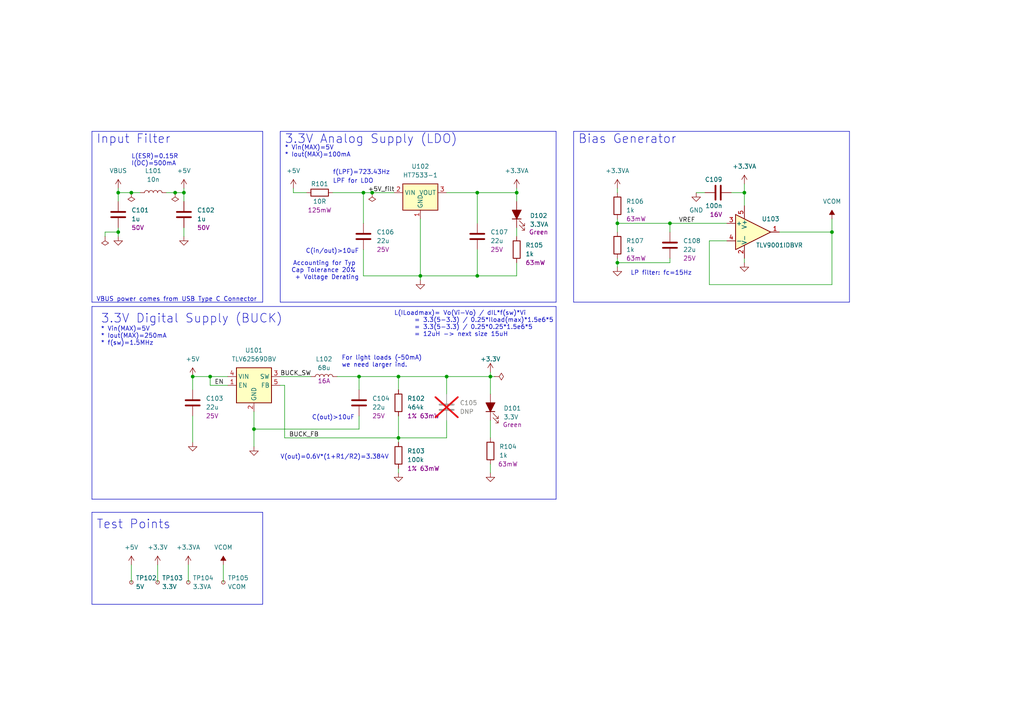
<source format=kicad_sch>
(kicad_sch (version 20230121) (generator eeschema)

  (uuid a1f045aa-63b3-4e35-a966-ab89d6ead7a8)

  (paper "A4")

  (title_block
    (title "RP2040 Audio Board")
    (date "2023-05-01")
    (rev "0.1")
    (company "LP")
  )

  (lib_symbols
    (symbol "Amplifier_Operational:MCP6001-OT" (pin_names (offset 0.127)) (in_bom yes) (on_board yes)
      (property "Reference" "U" (at -1.27 6.35 0)
        (effects (font (size 1.27 1.27)) (justify left))
      )
      (property "Value" "MCP6001-OT" (at -1.27 3.81 0)
        (effects (font (size 1.27 1.27)) (justify left))
      )
      (property "Footprint" "Package_TO_SOT_SMD:SOT-23-5" (at -2.54 -5.08 0)
        (effects (font (size 1.27 1.27)) (justify left) hide)
      )
      (property "Datasheet" "http://ww1.microchip.com/downloads/en/DeviceDoc/21733j.pdf" (at 0 5.08 0)
        (effects (font (size 1.27 1.27)) hide)
      )
      (property "ki_keywords" "single opamp" (at 0 0 0)
        (effects (font (size 1.27 1.27)) hide)
      )
      (property "ki_description" "1MHz, Low-Power Op Amp, SOT-23-5" (at 0 0 0)
        (effects (font (size 1.27 1.27)) hide)
      )
      (property "ki_fp_filters" "SOT?23*" (at 0 0 0)
        (effects (font (size 1.27 1.27)) hide)
      )
      (symbol "MCP6001-OT_0_1"
        (polyline
          (pts
            (xy -5.08 5.08)
            (xy 5.08 0)
            (xy -5.08 -5.08)
            (xy -5.08 5.08)
          )
          (stroke (width 0.254) (type default))
          (fill (type background))
        )
        (pin power_in line (at -2.54 -7.62 90) (length 3.81)
          (name "V-" (effects (font (size 1.27 1.27))))
          (number "2" (effects (font (size 1.27 1.27))))
        )
        (pin power_in line (at -2.54 7.62 270) (length 3.81)
          (name "V+" (effects (font (size 1.27 1.27))))
          (number "5" (effects (font (size 1.27 1.27))))
        )
      )
      (symbol "MCP6001-OT_1_1"
        (pin output line (at 7.62 0 180) (length 2.54)
          (name "~" (effects (font (size 1.27 1.27))))
          (number "1" (effects (font (size 1.27 1.27))))
        )
        (pin input line (at -7.62 2.54 0) (length 2.54)
          (name "+" (effects (font (size 1.27 1.27))))
          (number "3" (effects (font (size 1.27 1.27))))
        )
        (pin input line (at -7.62 -2.54 0) (length 2.54)
          (name "-" (effects (font (size 1.27 1.27))))
          (number "4" (effects (font (size 1.27 1.27))))
        )
      )
    )
    (symbol "Connector:TestPoint_Small" (pin_numbers hide) (pin_names (offset 0.762) hide) (in_bom yes) (on_board yes)
      (property "Reference" "TP" (at 0 3.81 0)
        (effects (font (size 1.27 1.27)))
      )
      (property "Value" "TestPoint_Small" (at 0 2.032 0)
        (effects (font (size 1.27 1.27)))
      )
      (property "Footprint" "" (at 5.08 0 0)
        (effects (font (size 1.27 1.27)) hide)
      )
      (property "Datasheet" "~" (at 5.08 0 0)
        (effects (font (size 1.27 1.27)) hide)
      )
      (property "ki_keywords" "test point tp" (at 0 0 0)
        (effects (font (size 1.27 1.27)) hide)
      )
      (property "ki_description" "test point" (at 0 0 0)
        (effects (font (size 1.27 1.27)) hide)
      )
      (property "ki_fp_filters" "Pin* Test*" (at 0 0 0)
        (effects (font (size 1.27 1.27)) hide)
      )
      (symbol "TestPoint_Small_0_1"
        (circle (center 0 0) (radius 0.508)
          (stroke (width 0) (type default))
          (fill (type none))
        )
      )
      (symbol "TestPoint_Small_1_1"
        (pin passive line (at 0 0 90) (length 0)
          (name "1" (effects (font (size 1.27 1.27))))
          (number "1" (effects (font (size 1.27 1.27))))
        )
      )
    )
    (symbol "Device:C" (pin_numbers hide) (pin_names (offset 0.254)) (in_bom yes) (on_board yes)
      (property "Reference" "C" (at 0.635 2.54 0)
        (effects (font (size 1.27 1.27)) (justify left))
      )
      (property "Value" "C" (at 0.635 -2.54 0)
        (effects (font (size 1.27 1.27)) (justify left))
      )
      (property "Footprint" "" (at 0.9652 -3.81 0)
        (effects (font (size 1.27 1.27)) hide)
      )
      (property "Datasheet" "~" (at 0 0 0)
        (effects (font (size 1.27 1.27)) hide)
      )
      (property "ki_keywords" "cap capacitor" (at 0 0 0)
        (effects (font (size 1.27 1.27)) hide)
      )
      (property "ki_description" "Unpolarized capacitor" (at 0 0 0)
        (effects (font (size 1.27 1.27)) hide)
      )
      (property "ki_fp_filters" "C_*" (at 0 0 0)
        (effects (font (size 1.27 1.27)) hide)
      )
      (symbol "C_0_1"
        (polyline
          (pts
            (xy -2.032 -0.762)
            (xy 2.032 -0.762)
          )
          (stroke (width 0.508) (type default))
          (fill (type none))
        )
        (polyline
          (pts
            (xy -2.032 0.762)
            (xy 2.032 0.762)
          )
          (stroke (width 0.508) (type default))
          (fill (type none))
        )
      )
      (symbol "C_1_1"
        (pin passive line (at 0 3.81 270) (length 2.794)
          (name "~" (effects (font (size 1.27 1.27))))
          (number "1" (effects (font (size 1.27 1.27))))
        )
        (pin passive line (at 0 -3.81 90) (length 2.794)
          (name "~" (effects (font (size 1.27 1.27))))
          (number "2" (effects (font (size 1.27 1.27))))
        )
      )
    )
    (symbol "Device:L" (pin_numbers hide) (pin_names (offset 1.016) hide) (in_bom yes) (on_board yes)
      (property "Reference" "L" (at -1.27 0 90)
        (effects (font (size 1.27 1.27)))
      )
      (property "Value" "L" (at 1.905 0 90)
        (effects (font (size 1.27 1.27)))
      )
      (property "Footprint" "" (at 0 0 0)
        (effects (font (size 1.27 1.27)) hide)
      )
      (property "Datasheet" "~" (at 0 0 0)
        (effects (font (size 1.27 1.27)) hide)
      )
      (property "ki_keywords" "inductor choke coil reactor magnetic" (at 0 0 0)
        (effects (font (size 1.27 1.27)) hide)
      )
      (property "ki_description" "Inductor" (at 0 0 0)
        (effects (font (size 1.27 1.27)) hide)
      )
      (property "ki_fp_filters" "Choke_* *Coil* Inductor_* L_*" (at 0 0 0)
        (effects (font (size 1.27 1.27)) hide)
      )
      (symbol "L_0_1"
        (arc (start 0 -2.54) (mid 0.6323 -1.905) (end 0 -1.27)
          (stroke (width 0) (type default))
          (fill (type none))
        )
        (arc (start 0 -1.27) (mid 0.6323 -0.635) (end 0 0)
          (stroke (width 0) (type default))
          (fill (type none))
        )
        (arc (start 0 0) (mid 0.6323 0.635) (end 0 1.27)
          (stroke (width 0) (type default))
          (fill (type none))
        )
        (arc (start 0 1.27) (mid 0.6323 1.905) (end 0 2.54)
          (stroke (width 0) (type default))
          (fill (type none))
        )
      )
      (symbol "L_1_1"
        (pin passive line (at 0 3.81 270) (length 1.27)
          (name "1" (effects (font (size 1.27 1.27))))
          (number "1" (effects (font (size 1.27 1.27))))
        )
        (pin passive line (at 0 -3.81 90) (length 1.27)
          (name "2" (effects (font (size 1.27 1.27))))
          (number "2" (effects (font (size 1.27 1.27))))
        )
      )
    )
    (symbol "Device:LED_Filled" (pin_numbers hide) (pin_names (offset 1.016) hide) (in_bom yes) (on_board yes)
      (property "Reference" "D" (at 0 2.54 0)
        (effects (font (size 1.27 1.27)))
      )
      (property "Value" "LED_Filled" (at 0 -2.54 0)
        (effects (font (size 1.27 1.27)))
      )
      (property "Footprint" "" (at 0 0 0)
        (effects (font (size 1.27 1.27)) hide)
      )
      (property "Datasheet" "~" (at 0 0 0)
        (effects (font (size 1.27 1.27)) hide)
      )
      (property "ki_keywords" "LED diode" (at 0 0 0)
        (effects (font (size 1.27 1.27)) hide)
      )
      (property "ki_description" "Light emitting diode, filled shape" (at 0 0 0)
        (effects (font (size 1.27 1.27)) hide)
      )
      (property "ki_fp_filters" "LED* LED_SMD:* LED_THT:*" (at 0 0 0)
        (effects (font (size 1.27 1.27)) hide)
      )
      (symbol "LED_Filled_0_1"
        (polyline
          (pts
            (xy -1.27 -1.27)
            (xy -1.27 1.27)
          )
          (stroke (width 0.254) (type default))
          (fill (type none))
        )
        (polyline
          (pts
            (xy -1.27 0)
            (xy 1.27 0)
          )
          (stroke (width 0) (type default))
          (fill (type none))
        )
        (polyline
          (pts
            (xy 1.27 -1.27)
            (xy 1.27 1.27)
            (xy -1.27 0)
            (xy 1.27 -1.27)
          )
          (stroke (width 0.254) (type default))
          (fill (type outline))
        )
        (polyline
          (pts
            (xy -3.048 -0.762)
            (xy -4.572 -2.286)
            (xy -3.81 -2.286)
            (xy -4.572 -2.286)
            (xy -4.572 -1.524)
          )
          (stroke (width 0) (type default))
          (fill (type none))
        )
        (polyline
          (pts
            (xy -1.778 -0.762)
            (xy -3.302 -2.286)
            (xy -2.54 -2.286)
            (xy -3.302 -2.286)
            (xy -3.302 -1.524)
          )
          (stroke (width 0) (type default))
          (fill (type none))
        )
      )
      (symbol "LED_Filled_1_1"
        (pin passive line (at -3.81 0 0) (length 2.54)
          (name "K" (effects (font (size 1.27 1.27))))
          (number "1" (effects (font (size 1.27 1.27))))
        )
        (pin passive line (at 3.81 0 180) (length 2.54)
          (name "A" (effects (font (size 1.27 1.27))))
          (number "2" (effects (font (size 1.27 1.27))))
        )
      )
    )
    (symbol "Device:R" (pin_numbers hide) (pin_names (offset 0)) (in_bom yes) (on_board yes)
      (property "Reference" "R" (at 2.032 0 90)
        (effects (font (size 1.27 1.27)))
      )
      (property "Value" "R" (at 0 0 90)
        (effects (font (size 1.27 1.27)))
      )
      (property "Footprint" "" (at -1.778 0 90)
        (effects (font (size 1.27 1.27)) hide)
      )
      (property "Datasheet" "~" (at 0 0 0)
        (effects (font (size 1.27 1.27)) hide)
      )
      (property "ki_keywords" "R res resistor" (at 0 0 0)
        (effects (font (size 1.27 1.27)) hide)
      )
      (property "ki_description" "Resistor" (at 0 0 0)
        (effects (font (size 1.27 1.27)) hide)
      )
      (property "ki_fp_filters" "R_*" (at 0 0 0)
        (effects (font (size 1.27 1.27)) hide)
      )
      (symbol "R_0_1"
        (rectangle (start -1.016 -2.54) (end 1.016 2.54)
          (stroke (width 0.254) (type default))
          (fill (type none))
        )
      )
      (symbol "R_1_1"
        (pin passive line (at 0 3.81 270) (length 1.27)
          (name "~" (effects (font (size 1.27 1.27))))
          (number "1" (effects (font (size 1.27 1.27))))
        )
        (pin passive line (at 0 -3.81 90) (length 1.27)
          (name "~" (effects (font (size 1.27 1.27))))
          (number "2" (effects (font (size 1.27 1.27))))
        )
      )
    )
    (symbol "Regulator_Linear:HT75xx-1-SOT89" (in_bom yes) (on_board yes)
      (property "Reference" "U" (at -5.08 -3.81 0)
        (effects (font (size 1.27 1.27)) (justify left))
      )
      (property "Value" "HT75xx-1-SOT89" (at 0 6.35 0)
        (effects (font (size 1.27 1.27)))
      )
      (property "Footprint" "Package_TO_SOT_SMD:SOT-89-3" (at 0 8.255 0)
        (effects (font (size 1.27 1.27) italic) hide)
      )
      (property "Datasheet" "https://www.holtek.com/documents/10179/116711/HT75xx-1v250.pdf" (at 0 2.54 0)
        (effects (font (size 1.27 1.27)) hide)
      )
      (property "ki_keywords" "100mA LDO Regulator Fixed Positive" (at 0 0 0)
        (effects (font (size 1.27 1.27)) hide)
      )
      (property "ki_description" "100mA Low Dropout Voltage Regulator, Fixed Output, SOT89" (at 0 0 0)
        (effects (font (size 1.27 1.27)) hide)
      )
      (property "ki_fp_filters" "SOT?89*" (at 0 0 0)
        (effects (font (size 1.27 1.27)) hide)
      )
      (symbol "HT75xx-1-SOT89_0_1"
        (rectangle (start -5.08 5.08) (end 5.08 -2.54)
          (stroke (width 0.254) (type default))
          (fill (type background))
        )
      )
      (symbol "HT75xx-1-SOT89_1_1"
        (pin power_in line (at 0 -5.08 90) (length 2.54)
          (name "GND" (effects (font (size 1.27 1.27))))
          (number "1" (effects (font (size 1.27 1.27))))
        )
        (pin power_in line (at -7.62 2.54 0) (length 2.54)
          (name "VIN" (effects (font (size 1.27 1.27))))
          (number "2" (effects (font (size 1.27 1.27))))
        )
        (pin power_out line (at 7.62 2.54 180) (length 2.54)
          (name "VOUT" (effects (font (size 1.27 1.27))))
          (number "3" (effects (font (size 1.27 1.27))))
        )
      )
    )
    (symbol "Regulator_Switching:TLV62569DBV" (in_bom yes) (on_board yes)
      (property "Reference" "U" (at -5.08 6.35 0)
        (effects (font (size 1.27 1.27)) (justify left))
      )
      (property "Value" "TLV62569DBV" (at 0 6.35 0)
        (effects (font (size 1.27 1.27)) (justify left))
      )
      (property "Footprint" "Package_TO_SOT_SMD:SOT-23-5" (at 1.27 -6.35 0)
        (effects (font (size 1.27 1.27) italic) (justify left) hide)
      )
      (property "Datasheet" "http://www.ti.com/lit/ds/symlink/tlv62569.pdf" (at -6.35 11.43 0)
        (effects (font (size 1.27 1.27)) hide)
      )
      (property "ki_keywords" "Step-Down Buck DC-DC Regulator Adjustable" (at 0 0 0)
        (effects (font (size 1.27 1.27)) hide)
      )
      (property "ki_description" "High Efficiency Synchronous Buck Converter, Adjustable Output 0.6V-5.5V, 2A, SOT-23-5" (at 0 0 0)
        (effects (font (size 1.27 1.27)) hide)
      )
      (property "ki_fp_filters" "SOT?23*" (at 0 0 0)
        (effects (font (size 1.27 1.27)) hide)
      )
      (symbol "TLV62569DBV_0_1"
        (rectangle (start -5.08 5.08) (end 5.08 -5.08)
          (stroke (width 0.254) (type default))
          (fill (type background))
        )
      )
      (symbol "TLV62569DBV_1_1"
        (pin input line (at -7.62 0 0) (length 2.54)
          (name "EN" (effects (font (size 1.27 1.27))))
          (number "1" (effects (font (size 1.27 1.27))))
        )
        (pin power_in line (at 0 -7.62 90) (length 2.54)
          (name "GND" (effects (font (size 1.27 1.27))))
          (number "2" (effects (font (size 1.27 1.27))))
        )
        (pin power_out line (at 7.62 2.54 180) (length 2.54)
          (name "SW" (effects (font (size 1.27 1.27))))
          (number "3" (effects (font (size 1.27 1.27))))
        )
        (pin power_in line (at -7.62 2.54 0) (length 2.54)
          (name "VIN" (effects (font (size 1.27 1.27))))
          (number "4" (effects (font (size 1.27 1.27))))
        )
        (pin input line (at 7.62 0 180) (length 2.54)
          (name "FB" (effects (font (size 1.27 1.27))))
          (number "5" (effects (font (size 1.27 1.27))))
        )
      )
    )
    (symbol "power:+3.3V" (power) (pin_names (offset 0)) (in_bom yes) (on_board yes)
      (property "Reference" "#PWR" (at 0 -3.81 0)
        (effects (font (size 1.27 1.27)) hide)
      )
      (property "Value" "+3.3V" (at 0 3.556 0)
        (effects (font (size 1.27 1.27)))
      )
      (property "Footprint" "" (at 0 0 0)
        (effects (font (size 1.27 1.27)) hide)
      )
      (property "Datasheet" "" (at 0 0 0)
        (effects (font (size 1.27 1.27)) hide)
      )
      (property "ki_keywords" "global power" (at 0 0 0)
        (effects (font (size 1.27 1.27)) hide)
      )
      (property "ki_description" "Power symbol creates a global label with name \"+3.3V\"" (at 0 0 0)
        (effects (font (size 1.27 1.27)) hide)
      )
      (symbol "+3.3V_0_1"
        (polyline
          (pts
            (xy -0.762 1.27)
            (xy 0 2.54)
          )
          (stroke (width 0) (type default))
          (fill (type none))
        )
        (polyline
          (pts
            (xy 0 0)
            (xy 0 2.54)
          )
          (stroke (width 0) (type default))
          (fill (type none))
        )
        (polyline
          (pts
            (xy 0 2.54)
            (xy 0.762 1.27)
          )
          (stroke (width 0) (type default))
          (fill (type none))
        )
      )
      (symbol "+3.3V_1_1"
        (pin power_in line (at 0 0 90) (length 0) hide
          (name "+3.3V" (effects (font (size 1.27 1.27))))
          (number "1" (effects (font (size 1.27 1.27))))
        )
      )
    )
    (symbol "power:+3.3VA" (power) (pin_names (offset 0)) (in_bom yes) (on_board yes)
      (property "Reference" "#PWR" (at 0 -3.81 0)
        (effects (font (size 1.27 1.27)) hide)
      )
      (property "Value" "+3.3VA" (at 0 3.556 0)
        (effects (font (size 1.27 1.27)))
      )
      (property "Footprint" "" (at 0 0 0)
        (effects (font (size 1.27 1.27)) hide)
      )
      (property "Datasheet" "" (at 0 0 0)
        (effects (font (size 1.27 1.27)) hide)
      )
      (property "ki_keywords" "global power" (at 0 0 0)
        (effects (font (size 1.27 1.27)) hide)
      )
      (property "ki_description" "Power symbol creates a global label with name \"+3.3VA\"" (at 0 0 0)
        (effects (font (size 1.27 1.27)) hide)
      )
      (symbol "+3.3VA_0_1"
        (polyline
          (pts
            (xy -0.762 1.27)
            (xy 0 2.54)
          )
          (stroke (width 0) (type default))
          (fill (type none))
        )
        (polyline
          (pts
            (xy 0 0)
            (xy 0 2.54)
          )
          (stroke (width 0) (type default))
          (fill (type none))
        )
        (polyline
          (pts
            (xy 0 2.54)
            (xy 0.762 1.27)
          )
          (stroke (width 0) (type default))
          (fill (type none))
        )
      )
      (symbol "+3.3VA_1_1"
        (pin power_in line (at 0 0 90) (length 0) hide
          (name "+3.3VA" (effects (font (size 1.27 1.27))))
          (number "1" (effects (font (size 1.27 1.27))))
        )
      )
    )
    (symbol "power:+5V" (power) (pin_names (offset 0)) (in_bom yes) (on_board yes)
      (property "Reference" "#PWR" (at 0 -3.81 0)
        (effects (font (size 1.27 1.27)) hide)
      )
      (property "Value" "+5V" (at 0 3.556 0)
        (effects (font (size 1.27 1.27)))
      )
      (property "Footprint" "" (at 0 0 0)
        (effects (font (size 1.27 1.27)) hide)
      )
      (property "Datasheet" "" (at 0 0 0)
        (effects (font (size 1.27 1.27)) hide)
      )
      (property "ki_keywords" "global power" (at 0 0 0)
        (effects (font (size 1.27 1.27)) hide)
      )
      (property "ki_description" "Power symbol creates a global label with name \"+5V\"" (at 0 0 0)
        (effects (font (size 1.27 1.27)) hide)
      )
      (symbol "+5V_0_1"
        (polyline
          (pts
            (xy -0.762 1.27)
            (xy 0 2.54)
          )
          (stroke (width 0) (type default))
          (fill (type none))
        )
        (polyline
          (pts
            (xy 0 0)
            (xy 0 2.54)
          )
          (stroke (width 0) (type default))
          (fill (type none))
        )
        (polyline
          (pts
            (xy 0 2.54)
            (xy 0.762 1.27)
          )
          (stroke (width 0) (type default))
          (fill (type none))
        )
      )
      (symbol "+5V_1_1"
        (pin power_in line (at 0 0 90) (length 0) hide
          (name "+5V" (effects (font (size 1.27 1.27))))
          (number "1" (effects (font (size 1.27 1.27))))
        )
      )
    )
    (symbol "power:GND" (power) (pin_names (offset 0)) (in_bom yes) (on_board yes)
      (property "Reference" "#PWR" (at 0 -6.35 0)
        (effects (font (size 1.27 1.27)) hide)
      )
      (property "Value" "GND" (at 0 -3.81 0)
        (effects (font (size 1.27 1.27)))
      )
      (property "Footprint" "" (at 0 0 0)
        (effects (font (size 1.27 1.27)) hide)
      )
      (property "Datasheet" "" (at 0 0 0)
        (effects (font (size 1.27 1.27)) hide)
      )
      (property "ki_keywords" "global power" (at 0 0 0)
        (effects (font (size 1.27 1.27)) hide)
      )
      (property "ki_description" "Power symbol creates a global label with name \"GND\" , ground" (at 0 0 0)
        (effects (font (size 1.27 1.27)) hide)
      )
      (symbol "GND_0_1"
        (polyline
          (pts
            (xy 0 0)
            (xy 0 -1.27)
            (xy 1.27 -1.27)
            (xy 0 -2.54)
            (xy -1.27 -1.27)
            (xy 0 -1.27)
          )
          (stroke (width 0) (type default))
          (fill (type none))
        )
      )
      (symbol "GND_1_1"
        (pin power_in line (at 0 0 270) (length 0) hide
          (name "GND" (effects (font (size 1.27 1.27))))
          (number "1" (effects (font (size 1.27 1.27))))
        )
      )
    )
    (symbol "power:PWR_FLAG" (power) (pin_numbers hide) (pin_names (offset 0) hide) (in_bom yes) (on_board yes)
      (property "Reference" "#FLG" (at 0 1.905 0)
        (effects (font (size 1.27 1.27)) hide)
      )
      (property "Value" "PWR_FLAG" (at 0 3.81 0)
        (effects (font (size 1.27 1.27)))
      )
      (property "Footprint" "" (at 0 0 0)
        (effects (font (size 1.27 1.27)) hide)
      )
      (property "Datasheet" "~" (at 0 0 0)
        (effects (font (size 1.27 1.27)) hide)
      )
      (property "ki_keywords" "flag power" (at 0 0 0)
        (effects (font (size 1.27 1.27)) hide)
      )
      (property "ki_description" "Special symbol for telling ERC where power comes from" (at 0 0 0)
        (effects (font (size 1.27 1.27)) hide)
      )
      (symbol "PWR_FLAG_0_0"
        (pin power_out line (at 0 0 90) (length 0)
          (name "pwr" (effects (font (size 1.27 1.27))))
          (number "1" (effects (font (size 1.27 1.27))))
        )
      )
      (symbol "PWR_FLAG_0_1"
        (polyline
          (pts
            (xy 0 0)
            (xy 0 1.27)
            (xy -1.016 1.905)
            (xy 0 2.54)
            (xy 1.016 1.905)
            (xy 0 1.27)
          )
          (stroke (width 0) (type default))
          (fill (type none))
        )
      )
    )
    (symbol "power:VBUS" (power) (pin_names (offset 0)) (in_bom yes) (on_board yes)
      (property "Reference" "#PWR" (at 0 -3.81 0)
        (effects (font (size 1.27 1.27)) hide)
      )
      (property "Value" "VBUS" (at 0 3.81 0)
        (effects (font (size 1.27 1.27)))
      )
      (property "Footprint" "" (at 0 0 0)
        (effects (font (size 1.27 1.27)) hide)
      )
      (property "Datasheet" "" (at 0 0 0)
        (effects (font (size 1.27 1.27)) hide)
      )
      (property "ki_keywords" "global power" (at 0 0 0)
        (effects (font (size 1.27 1.27)) hide)
      )
      (property "ki_description" "Power symbol creates a global label with name \"VBUS\"" (at 0 0 0)
        (effects (font (size 1.27 1.27)) hide)
      )
      (symbol "VBUS_0_1"
        (polyline
          (pts
            (xy -0.762 1.27)
            (xy 0 2.54)
          )
          (stroke (width 0) (type default))
          (fill (type none))
        )
        (polyline
          (pts
            (xy 0 0)
            (xy 0 2.54)
          )
          (stroke (width 0) (type default))
          (fill (type none))
        )
        (polyline
          (pts
            (xy 0 2.54)
            (xy 0.762 1.27)
          )
          (stroke (width 0) (type default))
          (fill (type none))
        )
      )
      (symbol "VBUS_1_1"
        (pin power_in line (at 0 0 90) (length 0) hide
          (name "VBUS" (effects (font (size 1.27 1.27))))
          (number "1" (effects (font (size 1.27 1.27))))
        )
      )
    )
    (symbol "power:VCOM" (power) (pin_names (offset 0)) (in_bom yes) (on_board yes)
      (property "Reference" "#PWR" (at 0 -3.81 0)
        (effects (font (size 1.27 1.27)) hide)
      )
      (property "Value" "VCOM" (at 0 3.81 0)
        (effects (font (size 1.27 1.27)))
      )
      (property "Footprint" "" (at 0 0 0)
        (effects (font (size 1.27 1.27)) hide)
      )
      (property "Datasheet" "" (at 0 0 0)
        (effects (font (size 1.27 1.27)) hide)
      )
      (property "ki_keywords" "global power" (at 0 0 0)
        (effects (font (size 1.27 1.27)) hide)
      )
      (property "ki_description" "Power symbol creates a global label with name \"VCOM\"" (at 0 0 0)
        (effects (font (size 1.27 1.27)) hide)
      )
      (symbol "VCOM_0_1"
        (polyline
          (pts
            (xy 0 0)
            (xy 0 2.54)
          )
          (stroke (width 0) (type default))
          (fill (type none))
        )
        (polyline
          (pts
            (xy 0.762 1.27)
            (xy -0.762 1.27)
            (xy 0 2.54)
            (xy 0.762 1.27)
          )
          (stroke (width 0) (type default))
          (fill (type outline))
        )
      )
      (symbol "VCOM_1_1"
        (pin power_in line (at 0 0 90) (length 0) hide
          (name "VCOM" (effects (font (size 1.27 1.27))))
          (number "1" (effects (font (size 1.27 1.27))))
        )
      )
    )
  )


  (junction (at 107.95 55.88) (diameter 0) (color 0 0 0 0)
    (uuid 0821409b-1a5c-4d2c-af54-f8ffd30c3f9f)
  )
  (junction (at 138.43 80.01) (diameter 0) (color 0 0 0 0)
    (uuid 0cc85588-3cca-40b3-b5fb-0cd87e5f4237)
  )
  (junction (at 215.9 55.88) (diameter 0) (color 0 0 0 0)
    (uuid 1262591a-0f7d-4909-bafd-5125deb9c07c)
  )
  (junction (at 34.29 55.88) (diameter 0) (color 0 0 0 0)
    (uuid 33202a54-ddb1-491d-a266-b2b32dacabf8)
  )
  (junction (at 115.57 109.22) (diameter 0) (color 0 0 0 0)
    (uuid 3c274cc1-bb36-41c3-b4d4-2bf9694e803a)
  )
  (junction (at 105.41 55.88) (diameter 0) (color 0 0 0 0)
    (uuid 4569b941-4951-4a2a-8abb-2429c142a4d1)
  )
  (junction (at 34.29 67.31) (diameter 0) (color 0 0 0 0)
    (uuid 458597f9-a31a-42a1-8182-610ec6f7b5ab)
  )
  (junction (at 121.92 80.01) (diameter 0) (color 0 0 0 0)
    (uuid 466df403-ba3d-40a2-9465-d2f2c5f46c81)
  )
  (junction (at 104.14 109.22) (diameter 0) (color 0 0 0 0)
    (uuid 484fb771-4328-4142-bdc9-b5e7233df1e2)
  )
  (junction (at 50.8 55.88) (diameter 0) (color 0 0 0 0)
    (uuid 505df8e1-519e-48f0-b3e3-09831ee96954)
  )
  (junction (at 179.07 76.2) (diameter 0) (color 0 0 0 0)
    (uuid 51f48497-ef99-4c25-829c-f184551d6652)
  )
  (junction (at 73.66 124.46) (diameter 0) (color 0 0 0 0)
    (uuid 5a5ea99e-1ef7-48a2-8f46-794b9e709378)
  )
  (junction (at 129.54 109.22) (diameter 0) (color 0 0 0 0)
    (uuid 5d17f93b-a754-494a-9d8f-af84da484a59)
  )
  (junction (at 179.07 64.77) (diameter 0) (color 0 0 0 0)
    (uuid 73e2e3f4-5cd8-4cd0-b2b3-007e8bd66d3c)
  )
  (junction (at 60.96 109.22) (diameter 0) (color 0 0 0 0)
    (uuid 82a8457e-97e0-4293-b0eb-61ec0cb376b6)
  )
  (junction (at 115.57 127) (diameter 0) (color 0 0 0 0)
    (uuid 87a20e1a-6e90-4f26-b0b9-2c3372456073)
  )
  (junction (at 142.24 109.22) (diameter 0) (color 0 0 0 0)
    (uuid 944300b8-a688-4e53-ab7a-d6b89cde00a7)
  )
  (junction (at 149.86 55.88) (diameter 0) (color 0 0 0 0)
    (uuid b0639f03-f6c8-4c26-9a78-b3264f6cae05)
  )
  (junction (at 55.88 109.22) (diameter 0) (color 0 0 0 0)
    (uuid b187ba60-8c3c-41b8-9138-ddc33072cf8f)
  )
  (junction (at 138.43 55.88) (diameter 0) (color 0 0 0 0)
    (uuid b773dd08-a552-4439-bc15-3b92e8ac9731)
  )
  (junction (at 194.31 64.77) (diameter 0) (color 0 0 0 0)
    (uuid bb284d9d-12dd-499b-a9dc-17760374c838)
  )
  (junction (at 241.3 67.31) (diameter 0) (color 0 0 0 0)
    (uuid cd7ca410-bada-432c-b211-976e9f277c9d)
  )
  (junction (at 38.1 55.88) (diameter 0) (color 0 0 0 0)
    (uuid f353dde0-d7b9-44d8-848d-bb4528683cd8)
  )
  (junction (at 53.34 55.88) (diameter 0) (color 0 0 0 0)
    (uuid f99fc8fc-a621-4037-ae87-9d8eabd56d12)
  )

  (wire (pts (xy 149.86 76.2) (xy 149.86 80.01))
    (stroke (width 0) (type default))
    (uuid 003d3561-4442-4fb8-b1cd-981779608f9f)
  )
  (wire (pts (xy 115.57 120.65) (xy 115.57 127))
    (stroke (width 0) (type default))
    (uuid 060be6e1-1bab-4f5c-bae5-6d369ce695c0)
  )
  (wire (pts (xy 194.31 76.2) (xy 179.07 76.2))
    (stroke (width 0) (type default))
    (uuid 061087d6-82ca-4cf7-9ba6-cf74f19122b8)
  )
  (wire (pts (xy 212.09 55.88) (xy 215.9 55.88))
    (stroke (width 0) (type default))
    (uuid 093d1eb3-b45c-421b-8ebe-b9ccfc19f68c)
  )
  (wire (pts (xy 241.3 63.5) (xy 241.3 67.31))
    (stroke (width 0) (type default))
    (uuid 0a9f8146-8ebc-4f25-b2ce-0395ecd77dd6)
  )
  (wire (pts (xy 129.54 109.22) (xy 142.24 109.22))
    (stroke (width 0) (type default))
    (uuid 0c5f2789-a54f-448a-8606-5105bedec486)
  )
  (wire (pts (xy 82.55 127) (xy 115.57 127))
    (stroke (width 0) (type default))
    (uuid 0c7dd910-267b-43fb-8f1e-983d8672d6e5)
  )
  (wire (pts (xy 105.41 55.88) (xy 105.41 64.77))
    (stroke (width 0) (type default))
    (uuid 0dc29dbe-9760-4c8e-a02e-6c663ab4cd32)
  )
  (polyline (pts (xy 166.37 87.63) (xy 246.38 87.63))
    (stroke (width 0) (type default))
    (uuid 0e8552a9-9066-4592-9d92-964850b63e9f)
  )

  (wire (pts (xy 53.34 68.58) (xy 53.34 66.04))
    (stroke (width 0) (type default))
    (uuid 15f108c0-a808-459d-b7f9-e8b932d77641)
  )
  (wire (pts (xy 149.86 54.61) (xy 149.86 55.88))
    (stroke (width 0) (type default))
    (uuid 17393b62-f6cd-4436-a883-bb325afa28ed)
  )
  (polyline (pts (xy 26.67 38.1) (xy 76.2 38.1))
    (stroke (width 0) (type default))
    (uuid 1a24ea35-31cc-48ea-9bc2-b8db9aa25754)
  )

  (wire (pts (xy 179.07 74.93) (xy 179.07 76.2))
    (stroke (width 0) (type default))
    (uuid 1d43da03-57d9-421e-b830-4d1adc20dc4e)
  )
  (polyline (pts (xy 161.29 144.78) (xy 161.29 88.9))
    (stroke (width 0) (type default))
    (uuid 249df31a-73ac-480b-a3c2-b65b7e487dae)
  )

  (wire (pts (xy 105.41 80.01) (xy 121.92 80.01))
    (stroke (width 0) (type default))
    (uuid 286d2c55-d88d-4e71-bf6a-4185f036ccbc)
  )
  (polyline (pts (xy 161.29 87.63) (xy 161.29 38.1))
    (stroke (width 0) (type default))
    (uuid 2b3edbca-2fb5-4c8d-bb74-598658a627df)
  )
  (polyline (pts (xy 26.67 148.59) (xy 26.67 175.26))
    (stroke (width 0) (type default))
    (uuid 2c323d96-b2fa-4433-8301-db54aa07283c)
  )

  (wire (pts (xy 179.07 55.88) (xy 179.07 54.61))
    (stroke (width 0) (type default))
    (uuid 2c69812c-a6e0-43be-9d68-302c1f5ca1c8)
  )
  (wire (pts (xy 48.26 55.88) (xy 50.8 55.88))
    (stroke (width 0) (type default))
    (uuid 2e0355e5-8cf8-4fb6-91ba-fe81436a221a)
  )
  (wire (pts (xy 121.92 80.01) (xy 121.92 81.28))
    (stroke (width 0) (type default))
    (uuid 2e56601d-e012-4f4e-81ee-66780e24c66e)
  )
  (wire (pts (xy 205.74 69.85) (xy 205.74 82.55))
    (stroke (width 0) (type default))
    (uuid 2fdaa493-d990-43c4-b525-48cdb66f4f0e)
  )
  (wire (pts (xy 88.9 55.88) (xy 85.09 55.88))
    (stroke (width 0) (type default))
    (uuid 32453237-8cc3-43c6-8612-7f84a963dd95)
  )
  (wire (pts (xy 30.48 67.31) (xy 30.48 68.58))
    (stroke (width 0) (type default))
    (uuid 33e4abf1-e9b7-4939-ae03-b5e28777f6f4)
  )
  (wire (pts (xy 210.82 69.85) (xy 205.74 69.85))
    (stroke (width 0) (type default))
    (uuid 3aea0c3e-1bca-48cb-b9e5-c1b82bd6dda7)
  )
  (wire (pts (xy 149.86 80.01) (xy 138.43 80.01))
    (stroke (width 0) (type default))
    (uuid 3f421643-afa3-4d4d-95bb-84ae5e122b8f)
  )
  (wire (pts (xy 105.41 72.39) (xy 105.41 80.01))
    (stroke (width 0) (type default))
    (uuid 40baeda7-7e7d-47c9-89f9-a5b9e597e3ca)
  )
  (polyline (pts (xy 26.67 144.78) (xy 161.29 144.78))
    (stroke (width 0) (type default))
    (uuid 41e36813-47f8-4296-9fbe-956c21fd7350)
  )

  (wire (pts (xy 143.51 109.22) (xy 142.24 109.22))
    (stroke (width 0) (type default))
    (uuid 46fb6ed2-e966-4e3e-8e0e-aae2c1fc568a)
  )
  (wire (pts (xy 82.55 111.76) (xy 82.55 127))
    (stroke (width 0) (type default))
    (uuid 4b2b16d3-38b2-40b5-8729-5185e5e72bbc)
  )
  (polyline (pts (xy 26.67 38.1) (xy 26.67 87.63))
    (stroke (width 0) (type default))
    (uuid 4b506554-1157-46f1-a5b3-5bdd4ddcafd5)
  )

  (wire (pts (xy 60.96 111.76) (xy 60.96 109.22))
    (stroke (width 0) (type default))
    (uuid 4e89a99e-3f42-4dad-8fe6-ea8e06e07398)
  )
  (wire (pts (xy 241.3 67.31) (xy 241.3 82.55))
    (stroke (width 0) (type default))
    (uuid 4e90dc86-8048-440d-981b-bef103551d13)
  )
  (wire (pts (xy 55.88 109.22) (xy 60.96 109.22))
    (stroke (width 0) (type default))
    (uuid 56668f1f-6420-44ef-893c-b216bfe13998)
  )
  (wire (pts (xy 129.54 114.3) (xy 129.54 109.22))
    (stroke (width 0) (type default))
    (uuid 591deb1d-e829-4e00-aeb3-1fd9b772835a)
  )
  (wire (pts (xy 115.57 109.22) (xy 129.54 109.22))
    (stroke (width 0) (type default))
    (uuid 5a45f040-cbf8-4905-b8c7-d30d6e273047)
  )
  (wire (pts (xy 194.31 64.77) (xy 179.07 64.77))
    (stroke (width 0) (type default))
    (uuid 5a756119-24bb-484d-bdee-2c56ec3a97be)
  )
  (wire (pts (xy 179.07 67.31) (xy 179.07 64.77))
    (stroke (width 0) (type default))
    (uuid 5a7eda6e-6bfe-4493-8ac2-92d8647b935c)
  )
  (wire (pts (xy 149.86 58.42) (xy 149.86 55.88))
    (stroke (width 0) (type default))
    (uuid 5aa16c3d-1dd8-424a-9be6-5ea184c38dba)
  )
  (wire (pts (xy 55.88 120.65) (xy 55.88 128.27))
    (stroke (width 0) (type default))
    (uuid 5c07e4e9-44d0-4936-8df2-a250fa260d87)
  )
  (wire (pts (xy 115.57 127) (xy 129.54 127))
    (stroke (width 0) (type default))
    (uuid 5dcc40f3-8a92-42da-8468-0bc20165d0ab)
  )
  (polyline (pts (xy 246.38 87.63) (xy 246.38 38.1))
    (stroke (width 0) (type default))
    (uuid 5df5c0d0-e667-46be-b649-0517ed4c7cf7)
  )
  (polyline (pts (xy 26.67 148.59) (xy 76.2 148.59))
    (stroke (width 0) (type default))
    (uuid 606d4320-386e-4d9c-bd9d-3aa3d5c8fec9)
  )

  (wire (pts (xy 129.54 121.92) (xy 129.54 127))
    (stroke (width 0) (type default))
    (uuid 6104fc7c-dada-452f-8889-4cfb3b0d1892)
  )
  (wire (pts (xy 215.9 59.69) (xy 215.9 55.88))
    (stroke (width 0) (type default))
    (uuid 66209b3a-fcf0-4504-99ca-84c85ec2d5da)
  )
  (wire (pts (xy 204.47 55.88) (xy 201.93 55.88))
    (stroke (width 0) (type default))
    (uuid 6a135138-cd9e-4f6f-997d-906340143def)
  )
  (wire (pts (xy 81.28 109.22) (xy 90.17 109.22))
    (stroke (width 0) (type default))
    (uuid 6b189eab-69d5-4df6-bacb-404b91a286ae)
  )
  (wire (pts (xy 138.43 55.88) (xy 138.43 64.77))
    (stroke (width 0) (type default))
    (uuid 70edd7df-0eb7-4711-9648-a3cee1ec836d)
  )
  (wire (pts (xy 226.06 67.31) (xy 241.3 67.31))
    (stroke (width 0) (type default))
    (uuid 73815fb9-21a8-4954-a563-a4348262930b)
  )
  (wire (pts (xy 34.29 54.61) (xy 34.29 55.88))
    (stroke (width 0) (type default))
    (uuid 73dadf7f-1683-467a-ba68-f679df0b1074)
  )
  (polyline (pts (xy 81.28 38.1) (xy 81.28 87.63))
    (stroke (width 0) (type default))
    (uuid 765febd0-bfb7-49c9-ad41-abec8a3d2794)
  )

  (wire (pts (xy 194.31 74.93) (xy 194.31 76.2))
    (stroke (width 0) (type default))
    (uuid 76fd0701-a51f-45ac-b5b8-1c1d19236aff)
  )
  (wire (pts (xy 45.72 163.83) (xy 45.72 168.91))
    (stroke (width 0) (type default))
    (uuid 79355ba1-7c1a-40e0-a86e-b01f7a3e3c27)
  )
  (wire (pts (xy 149.86 66.04) (xy 149.86 68.58))
    (stroke (width 0) (type default))
    (uuid 7f06e424-c94b-43c0-8ce5-3e6f0f0ebfed)
  )
  (polyline (pts (xy 26.67 175.26) (xy 76.2 175.26))
    (stroke (width 0) (type default))
    (uuid 805b2ad3-ad22-4629-81e0-abc4829f8ada)
  )

  (wire (pts (xy 142.24 109.22) (xy 142.24 107.95))
    (stroke (width 0) (type default))
    (uuid 82f67b55-eb38-4faf-b39d-0a593b62de3e)
  )
  (wire (pts (xy 73.66 129.54) (xy 73.66 124.46))
    (stroke (width 0) (type default))
    (uuid 864025ba-e03a-4b12-9296-87bd05bda8a8)
  )
  (polyline (pts (xy 26.67 88.9) (xy 26.67 144.78))
    (stroke (width 0) (type default))
    (uuid 8823d204-b794-46d5-80ae-28dd565aebdc)
  )

  (wire (pts (xy 53.34 55.88) (xy 53.34 58.42))
    (stroke (width 0) (type default))
    (uuid 890728f1-d612-4156-be37-e05267ad0f68)
  )
  (wire (pts (xy 64.77 163.83) (xy 64.77 168.91))
    (stroke (width 0) (type default))
    (uuid 8ffb3b88-e17b-4713-aa19-4cd321b15a8a)
  )
  (wire (pts (xy 129.54 55.88) (xy 138.43 55.88))
    (stroke (width 0) (type default))
    (uuid 9150f5bd-6385-4bdd-a4db-6322ff066fc0)
  )
  (polyline (pts (xy 26.67 88.9) (xy 161.29 88.9))
    (stroke (width 0) (type default))
    (uuid 92218020-0020-4d8b-a663-146f07380577)
  )

  (wire (pts (xy 138.43 72.39) (xy 138.43 80.01))
    (stroke (width 0) (type default))
    (uuid 95070b34-33b1-4008-944b-1dc09aaf1e19)
  )
  (wire (pts (xy 194.31 67.31) (xy 194.31 64.77))
    (stroke (width 0) (type default))
    (uuid 95c90e5e-3585-46d7-8e88-e4ea8b522b12)
  )
  (wire (pts (xy 85.09 55.88) (xy 85.09 54.61))
    (stroke (width 0) (type default))
    (uuid 99a35024-9ac9-4eea-bdd8-2dfac88d68cb)
  )
  (wire (pts (xy 34.29 68.58) (xy 34.29 67.31))
    (stroke (width 0) (type default))
    (uuid 99a5ec1d-b960-4edd-bb0e-20e8bb9adf5e)
  )
  (wire (pts (xy 104.14 124.46) (xy 73.66 124.46))
    (stroke (width 0) (type default))
    (uuid 9c6d9b9e-c758-4bc3-b7f3-ec62af66f0bc)
  )
  (wire (pts (xy 73.66 119.38) (xy 73.66 124.46))
    (stroke (width 0) (type default))
    (uuid 9cfa291d-215b-407b-980b-42a7c3f7eca7)
  )
  (wire (pts (xy 34.29 55.88) (xy 38.1 55.88))
    (stroke (width 0) (type default))
    (uuid 9ddbc69a-e105-4b89-aec1-be6de7ef839d)
  )
  (wire (pts (xy 34.29 67.31) (xy 34.29 66.04))
    (stroke (width 0) (type default))
    (uuid a41a344a-9664-4c01-86ac-6e3f612f3298)
  )
  (wire (pts (xy 215.9 55.88) (xy 215.9 53.34))
    (stroke (width 0) (type default))
    (uuid a5a92965-1bf7-4130-b024-eb6d53e7729a)
  )
  (wire (pts (xy 142.24 121.92) (xy 142.24 127))
    (stroke (width 0) (type default))
    (uuid a5ca4a2b-e77d-496b-a3ef-434f367acb18)
  )
  (wire (pts (xy 53.34 54.61) (xy 53.34 55.88))
    (stroke (width 0) (type default))
    (uuid ab39ea1b-181f-49f3-bb44-b8f91251d20f)
  )
  (wire (pts (xy 50.8 55.88) (xy 53.34 55.88))
    (stroke (width 0) (type default))
    (uuid add8e810-1364-4891-bb12-c2a832d295d9)
  )
  (wire (pts (xy 55.88 109.22) (xy 55.88 113.03))
    (stroke (width 0) (type default))
    (uuid b5240806-c8c8-482e-929b-103428fa5533)
  )
  (wire (pts (xy 115.57 127) (xy 115.57 128.27))
    (stroke (width 0) (type default))
    (uuid b60e4f8a-9d55-4d73-b341-f8ab6b7cf3b8)
  )
  (wire (pts (xy 179.07 76.2) (xy 179.07 77.47))
    (stroke (width 0) (type default))
    (uuid bd6030db-97e3-4b60-aab8-fdd2e5547357)
  )
  (wire (pts (xy 60.96 111.76) (xy 66.04 111.76))
    (stroke (width 0) (type default))
    (uuid c2cd322b-5552-45b2-8b93-055c2a302209)
  )
  (wire (pts (xy 104.14 120.65) (xy 104.14 124.46))
    (stroke (width 0) (type default))
    (uuid c2cd7d0e-0650-41b9-a8fd-7a0eeff4c935)
  )
  (wire (pts (xy 115.57 135.89) (xy 115.57 137.16))
    (stroke (width 0) (type default))
    (uuid c378b4be-0946-49ab-bb30-5639ac2e5e81)
  )
  (wire (pts (xy 142.24 134.62) (xy 142.24 137.16))
    (stroke (width 0) (type default))
    (uuid c6cd4823-2d9e-4612-8fcc-d4d032263f1c)
  )
  (wire (pts (xy 210.82 64.77) (xy 194.31 64.77))
    (stroke (width 0) (type default))
    (uuid c829e702-f858-4df7-a7b1-649c0044b8c5)
  )
  (wire (pts (xy 105.41 55.88) (xy 107.95 55.88))
    (stroke (width 0) (type default))
    (uuid c8f4c9a1-89bf-47d7-9280-98754423c0df)
  )
  (wire (pts (xy 81.28 111.76) (xy 82.55 111.76))
    (stroke (width 0) (type default))
    (uuid c90b850b-9bd9-435f-aaa2-6cf6666c90c8)
  )
  (wire (pts (xy 97.79 109.22) (xy 104.14 109.22))
    (stroke (width 0) (type default))
    (uuid cac0beb9-24dd-47fa-a5a5-e58d6447c583)
  )
  (wire (pts (xy 115.57 113.03) (xy 115.57 109.22))
    (stroke (width 0) (type default))
    (uuid cda8369d-dfbb-4038-ab5e-d3e59e0c5bdd)
  )
  (wire (pts (xy 138.43 55.88) (xy 149.86 55.88))
    (stroke (width 0) (type default))
    (uuid cfa6a67d-11d2-4fa6-baa3-204cf1d57d6c)
  )
  (wire (pts (xy 142.24 109.22) (xy 142.24 114.3))
    (stroke (width 0) (type default))
    (uuid d0191bb5-c43f-4d7d-8db4-dfc6ebbd9f72)
  )
  (polyline (pts (xy 26.67 87.63) (xy 76.2 87.63))
    (stroke (width 0) (type default))
    (uuid d1cf1429-fdcb-4fc9-af8f-001c0488c350)
  )

  (wire (pts (xy 38.1 163.83) (xy 38.1 168.91))
    (stroke (width 0) (type default))
    (uuid d29eef80-b74a-42da-ae14-963d32424b29)
  )
  (wire (pts (xy 104.14 109.22) (xy 104.14 113.03))
    (stroke (width 0) (type default))
    (uuid d56d7f90-a387-4cec-b413-ce17cf1d508b)
  )
  (wire (pts (xy 54.61 163.83) (xy 54.61 168.91))
    (stroke (width 0) (type default))
    (uuid d6da9ce1-af9c-43e8-a358-9e976e01bb0e)
  )
  (polyline (pts (xy 166.37 38.1) (xy 166.37 87.63))
    (stroke (width 0) (type default))
    (uuid d98f5f26-22c2-4f24-95a0-3495b24736bd)
  )
  (polyline (pts (xy 81.28 87.63) (xy 161.29 87.63))
    (stroke (width 0) (type default))
    (uuid d9958f0c-124f-489e-a9d3-0af44eb68a9c)
  )

  (wire (pts (xy 215.9 74.93) (xy 215.9 76.2))
    (stroke (width 0) (type default))
    (uuid d9c9ae15-c677-4c2f-be5a-bc0c3a1c459b)
  )
  (wire (pts (xy 34.29 67.31) (xy 30.48 67.31))
    (stroke (width 0) (type default))
    (uuid db823d3e-7da1-44db-a875-521dd9cb2543)
  )
  (wire (pts (xy 34.29 58.42) (xy 34.29 55.88))
    (stroke (width 0) (type default))
    (uuid dbf0d7c8-fff2-41e5-adca-cc4a4a495b4b)
  )
  (polyline (pts (xy 166.37 38.1) (xy 246.38 38.1))
    (stroke (width 0) (type default))
    (uuid ddf9a74a-6297-4ae6-bca1-1f4729e4fa4c)
  )

  (wire (pts (xy 121.92 63.5) (xy 121.92 80.01))
    (stroke (width 0) (type default))
    (uuid df18268b-e80f-4abf-98e3-1131b3af76fa)
  )
  (polyline (pts (xy 81.28 38.1) (xy 161.29 38.1))
    (stroke (width 0) (type default))
    (uuid df1e8039-d337-49cc-b268-5aa3fc399147)
  )
  (polyline (pts (xy 76.2 175.26) (xy 76.2 148.59))
    (stroke (width 0) (type default))
    (uuid e00e06fd-bf21-4253-8ba6-430ef4896e26)
  )

  (wire (pts (xy 115.57 109.22) (xy 104.14 109.22))
    (stroke (width 0) (type default))
    (uuid e16e6b31-fea7-44b2-bd79-586d1b84fa43)
  )
  (wire (pts (xy 38.1 55.88) (xy 40.64 55.88))
    (stroke (width 0) (type default))
    (uuid e3605e2d-cfb0-44b0-ad56-23f56731d06b)
  )
  (wire (pts (xy 138.43 80.01) (xy 121.92 80.01))
    (stroke (width 0) (type default))
    (uuid e4a8b8f8-1f76-4c04-beb5-6e7dd6723fe8)
  )
  (polyline (pts (xy 76.2 87.63) (xy 76.2 38.1))
    (stroke (width 0) (type default))
    (uuid e4c12ea1-b73e-442d-9749-e0c6df2d4614)
  )

  (wire (pts (xy 205.74 82.55) (xy 241.3 82.55))
    (stroke (width 0) (type default))
    (uuid e6562f0c-7635-4250-853e-6c5d5355211c)
  )
  (wire (pts (xy 96.52 55.88) (xy 105.41 55.88))
    (stroke (width 0) (type default))
    (uuid e9b0c9f2-10e3-453a-b08d-ee10759f0524)
  )
  (wire (pts (xy 107.95 55.88) (xy 114.3 55.88))
    (stroke (width 0) (type default))
    (uuid f0df6c81-95fc-47e2-8f20-a8253773bca3)
  )
  (wire (pts (xy 60.96 109.22) (xy 66.04 109.22))
    (stroke (width 0) (type default))
    (uuid f8e43924-26b7-4248-8004-500d38dced9c)
  )
  (wire (pts (xy 179.07 64.77) (xy 179.07 63.5))
    (stroke (width 0) (type default))
    (uuid fe360c67-fe8f-4b4a-acae-cab246969e45)
  )

  (text "* Vin(MAX)=5V\n* Iout(MAX)=100mA" (at 82.55 45.72 0)
    (effects (font (size 1.27 1.27)) (justify left bottom))
    (uuid 061e1c6f-b498-48b0-82ca-9c0e52443b80)
  )
  (text "Test Points\n" (at 27.94 153.67 0)
    (effects (font (size 2.54 2.54)) (justify left bottom))
    (uuid 1a504040-f48b-4ddd-87e7-db2b67839d7c)
  )
  (text "3.3V Digital Supply (BUCK)\n" (at 29.21 93.98 0)
    (effects (font (size 2.54 2.54)) (justify left bottom))
    (uuid 1de5876e-951d-474b-9227-007328e6ec4f)
  )
  (text "For light loads (~50mA) \nwe need larger ind." (at 99.06 106.68 0)
    (effects (font (size 1.27 1.27)) (justify left bottom))
    (uuid 2c4b8739-8d43-415b-abed-f7e2ffd78cd7)
  )
  (text "Input Filter" (at 27.94 41.91 0)
    (effects (font (size 2.54 2.54)) (justify left bottom))
    (uuid 34ccc924-88b4-4227-8f0d-74ba531f286a)
  )
  (text "V(out)=0.6V*(1+R1/R2)=3.384V\n" (at 81.28 133.35 0)
    (effects (font (size 1.27 1.27)) (justify left bottom))
    (uuid 415124c7-233e-4177-a469-a187d090d74c)
  )
  (text "LP filter: fc=15Hz" (at 182.88 80.01 0)
    (effects (font (size 1.27 1.27)) (justify left bottom))
    (uuid 4688a329-f586-40d6-ab26-8c563fcf0eab)
  )
  (text "Accounting for Typ \nCap Tolerance 20% \n+ Voltage Derating"
    (at 104.14 81.28 0)
    (effects (font (size 1.27 1.27)) (justify right bottom))
    (uuid 65a8a22d-b93b-4f92-aac0-447d57805fb1)
  )
  (text "3.3V Analog Supply (LDO)\n" (at 82.55 41.91 0)
    (effects (font (size 2.54 2.54)) (justify left bottom))
    (uuid 6b908c93-4350-42f1-aa2e-6795ee402817)
  )
  (text "C(out)>10uF\n" (at 102.87 121.92 0)
    (effects (font (size 1.27 1.27)) (justify right bottom))
    (uuid 6e2b230d-c617-4258-a890-13c38bc1a9f3)
  )
  (text "* Vin(MAX)=5V\n* Iout(MAX)=250mA\n* f(sw)=1.5MHz" (at 29.21 100.33 0)
    (effects (font (size 1.27 1.27)) (justify left bottom))
    (uuid 70667eda-08d6-4803-a952-831fecf4a3e6)
  )
  (text "L(ILoadmax)= Vo(Vi-Vo) / dIL*f(sw)*Vi \n      = 3.3(5-3.3) / 0.25*Iload(max)*1.5e6*5\n      = 3.3(5-3.3) / 0.25*0.25*1.5e6*5\n      = 12uH -> next size 15uH"
    (at 114.3 97.79 0)
    (effects (font (size 1.27 1.27)) (justify left bottom))
    (uuid 795cca45-f0ee-4c49-a333-1b9d32809d93)
  )
  (text "L(ESR)=0.15R\nI(DC)=500mA" (at 38.1 48.26 0)
    (effects (font (size 1.27 1.27)) (justify left bottom))
    (uuid 86d4050f-5105-4a94-a83b-84e831ee1895)
  )
  (text "f(LPF)=723.43Hz\n" (at 96.52 50.8 0)
    (effects (font (size 1.27 1.27)) (justify left bottom))
    (uuid b27c4b37-7174-430a-95db-d66232d8bb25)
  )
  (text "Bias Generator" (at 167.64 41.91 0)
    (effects (font (size 2.54 2.54)) (justify left bottom))
    (uuid bb2702bc-bf53-4e05-a847-29d79306d259)
  )
  (text "C(in/out)>10uF\n" (at 104.14 73.66 0)
    (effects (font (size 1.27 1.27)) (justify right bottom))
    (uuid d8496392-aaae-4e3a-85c9-e566069eda90)
  )
  (text "VBUS power comes from USB Type C Connector\n" (at 27.94 87.63 0)
    (effects (font (size 1.27 1.27)) (justify left bottom))
    (uuid f3dd356c-1d87-4107-b599-33b8476c39cc)
  )
  (text "LPF for LDO\n" (at 96.52 53.34 0)
    (effects (font (size 1.27 1.27)) (justify left bottom))
    (uuid f791cc4a-aacc-491f-b69f-c1ce337551bc)
  )

  (label "VREF" (at 196.85 64.77 0) (fields_autoplaced)
    (effects (font (size 1.27 1.27)) (justify left bottom))
    (uuid 0f4a5d40-4839-48c2-b664-cc0e22949884)
  )
  (label "BUCK_SW" (at 81.28 109.22 0) (fields_autoplaced)
    (effects (font (size 1.27 1.27)) (justify left bottom))
    (uuid 23853140-13fa-4cdf-8b9c-ce7befc6ac39)
  )
  (label "EN" (at 62.23 111.76 0) (fields_autoplaced)
    (effects (font (size 1.27 1.27)) (justify left bottom))
    (uuid 4a2024d8-28c5-4c64-86f6-0c47c9603fb8)
  )
  (label "+5V_filt" (at 106.68 55.88 0) (fields_autoplaced)
    (effects (font (size 1.27 1.27)) (justify left bottom))
    (uuid 62d24706-f04e-48e1-b7df-053fd6f26d45)
  )
  (label "BUCK_FB" (at 83.82 127 0) (fields_autoplaced)
    (effects (font (size 1.27 1.27)) (justify left bottom))
    (uuid d2524fbb-4d0d-4784-8835-e11f184d600b)
  )

  (symbol (lib_id "power:GND") (at 201.93 55.88 0) (unit 1)
    (in_bom yes) (on_board yes) (dnp no) (fields_autoplaced)
    (uuid 0077607a-a0ee-4c3c-b771-e6d724f6d9c4)
    (property "Reference" "#PWR0120" (at 201.93 62.23 0)
      (effects (font (size 1.27 1.27)) hide)
    )
    (property "Value" "GND" (at 201.93 60.96 0)
      (effects (font (size 1.27 1.27)))
    )
    (property "Footprint" "" (at 201.93 55.88 0)
      (effects (font (size 1.27 1.27)) hide)
    )
    (property "Datasheet" "" (at 201.93 55.88 0)
      (effects (font (size 1.27 1.27)) hide)
    )
    (pin "1" (uuid a2914a86-0eb6-41b4-ab74-ac13b1f08ee8))
    (instances
      (project "rp2040_audioboard"
        (path "/ef85fc54-329f-434a-8339-262c7e24e2e9/8b86c5bb-c0fc-4d5a-91aa-2ce0ad602b27"
          (reference "#PWR0120") (unit 1)
        )
      )
    )
  )

  (symbol (lib_id "Device:C") (at 105.41 68.58 0) (unit 1)
    (in_bom yes) (on_board yes) (dnp no)
    (uuid 07947923-b794-4056-a10a-99af46010def)
    (property "Reference" "C106" (at 109.22 67.3099 0)
      (effects (font (size 1.27 1.27)) (justify left))
    )
    (property "Value" "22u" (at 109.22 69.8499 0)
      (effects (font (size 1.27 1.27)) (justify left))
    )
    (property "Footprint" "Capacitor_SMD:C_0805_2012Metric" (at 106.3752 72.39 0)
      (effects (font (size 1.27 1.27)) hide)
    )
    (property "Datasheet" "~" (at 105.41 68.58 0)
      (effects (font (size 1.27 1.27)) hide)
    )
    (property "Rating" "25V" (at 109.22 72.39 0)
      (effects (font (size 1.27 1.27)) (justify left))
    )
    (property "MPN" "C45783" (at 105.41 68.58 0)
      (effects (font (size 1.27 1.27)) hide)
    )
    (pin "1" (uuid 5f259d65-a3be-4f42-9234-42bbd72d336b))
    (pin "2" (uuid 02c0322d-1d08-4b3a-847e-e8610328ec27))
    (instances
      (project "rp2040_audioboard"
        (path "/ef85fc54-329f-434a-8339-262c7e24e2e9/8b86c5bb-c0fc-4d5a-91aa-2ce0ad602b27"
          (reference "C106") (unit 1)
        )
      )
    )
  )

  (symbol (lib_id "power:+3.3VA") (at 149.86 54.61 0) (unit 1)
    (in_bom yes) (on_board yes) (dnp no) (fields_autoplaced)
    (uuid 0cd5dec4-4920-4930-8df6-8bbf9dca5b5a)
    (property "Reference" "#PWR0117" (at 149.86 58.42 0)
      (effects (font (size 1.27 1.27)) hide)
    )
    (property "Value" "+3.3VA" (at 149.86 49.53 0)
      (effects (font (size 1.27 1.27)))
    )
    (property "Footprint" "" (at 149.86 54.61 0)
      (effects (font (size 1.27 1.27)) hide)
    )
    (property "Datasheet" "" (at 149.86 54.61 0)
      (effects (font (size 1.27 1.27)) hide)
    )
    (pin "1" (uuid c8f9e316-a32e-488b-9e27-3ab98ae75078))
    (instances
      (project "rp2040_audioboard"
        (path "/ef85fc54-329f-434a-8339-262c7e24e2e9/8b86c5bb-c0fc-4d5a-91aa-2ce0ad602b27"
          (reference "#PWR0117") (unit 1)
        )
      )
    )
  )

  (symbol (lib_id "Connector:TestPoint_Small") (at 64.77 168.91 0) (unit 1)
    (in_bom yes) (on_board yes) (dnp no) (fields_autoplaced)
    (uuid 13274dff-e878-4d07-b035-39d07febfbe9)
    (property "Reference" "TP105" (at 66.04 167.6399 0)
      (effects (font (size 1.27 1.27)) (justify left))
    )
    (property "Value" "VCOM" (at 66.04 170.1799 0)
      (effects (font (size 1.27 1.27)) (justify left))
    )
    (property "Footprint" "TestPoint:TestPoint_Pad_D1.0mm" (at 69.85 168.91 0)
      (effects (font (size 1.27 1.27)) hide)
    )
    (property "Datasheet" "~" (at 69.85 168.91 0)
      (effects (font (size 1.27 1.27)) hide)
    )
    (pin "1" (uuid 9ea5ae82-34a3-4219-b9d8-d7f54efd3eb0))
    (instances
      (project "rp2040_audioboard"
        (path "/ef85fc54-329f-434a-8339-262c7e24e2e9/8b86c5bb-c0fc-4d5a-91aa-2ce0ad602b27"
          (reference "TP105") (unit 1)
        )
      )
    )
  )

  (symbol (lib_id "Device:R") (at 115.57 116.84 0) (unit 1)
    (in_bom yes) (on_board yes) (dnp no)
    (uuid 17e7e44a-741d-4be6-987b-61aefd56dcef)
    (property "Reference" "R102" (at 118.11 115.5699 0)
      (effects (font (size 1.27 1.27)) (justify left))
    )
    (property "Value" "464k" (at 118.11 118.1099 0)
      (effects (font (size 1.27 1.27)) (justify left))
    )
    (property "Footprint" "Resistor_SMD:R_0402_1005Metric" (at 113.792 116.84 90)
      (effects (font (size 1.27 1.27)) hide)
    )
    (property "Datasheet" "~" (at 115.57 116.84 0)
      (effects (font (size 1.27 1.27)) hide)
    )
    (property "Rating" "1% 63mW" (at 118.11 120.65 0)
      (effects (font (size 1.27 1.27)) (justify left))
    )
    (property "MPN" "C321525" (at 115.57 116.84 0)
      (effects (font (size 1.27 1.27)) hide)
    )
    (pin "1" (uuid de0fbbc8-1b9c-40cb-9116-92662226164f))
    (pin "2" (uuid acd9f7dd-6e0b-4046-a4e1-c4cf8d33dae8))
    (instances
      (project "rp2040_audioboard"
        (path "/ef85fc54-329f-434a-8339-262c7e24e2e9/8b86c5bb-c0fc-4d5a-91aa-2ce0ad602b27"
          (reference "R102") (unit 1)
        )
      )
    )
  )

  (symbol (lib_id "Device:C") (at 55.88 116.84 0) (unit 1)
    (in_bom yes) (on_board yes) (dnp no)
    (uuid 1eb0f772-941b-4dc7-bb7d-451938e2b660)
    (property "Reference" "C103" (at 59.69 115.5699 0)
      (effects (font (size 1.27 1.27)) (justify left))
    )
    (property "Value" "22u" (at 59.69 118.1099 0)
      (effects (font (size 1.27 1.27)) (justify left))
    )
    (property "Footprint" "Capacitor_SMD:C_0805_2012Metric" (at 56.8452 120.65 0)
      (effects (font (size 1.27 1.27)) hide)
    )
    (property "Datasheet" "~" (at 55.88 116.84 0)
      (effects (font (size 1.27 1.27)) hide)
    )
    (property "Rating" "25V" (at 59.69 120.65 0)
      (effects (font (size 1.27 1.27)) (justify left))
    )
    (property "MPN" "C45783" (at 55.88 116.84 0)
      (effects (font (size 1.27 1.27)) hide)
    )
    (pin "1" (uuid b6fac140-041d-4966-9395-ffc23fe498da))
    (pin "2" (uuid 31d408f5-1f94-4133-bcc0-c8c2f4ee8353))
    (instances
      (project "rp2040_audioboard"
        (path "/ef85fc54-329f-434a-8339-262c7e24e2e9/8b86c5bb-c0fc-4d5a-91aa-2ce0ad602b27"
          (reference "C103") (unit 1)
        )
      )
    )
  )

  (symbol (lib_id "power:GND") (at 53.34 68.58 0) (unit 1)
    (in_bom yes) (on_board yes) (dnp no) (fields_autoplaced)
    (uuid 24e74a29-7519-40be-92a1-38dd4e52f209)
    (property "Reference" "#PWR0107" (at 53.34 74.93 0)
      (effects (font (size 1.27 1.27)) hide)
    )
    (property "Value" "GND" (at 53.34 73.66 0)
      (effects (font (size 1.27 1.27)) hide)
    )
    (property "Footprint" "" (at 53.34 68.58 0)
      (effects (font (size 1.27 1.27)) hide)
    )
    (property "Datasheet" "" (at 53.34 68.58 0)
      (effects (font (size 1.27 1.27)) hide)
    )
    (pin "1" (uuid 8ecc65b7-cd3f-460e-80e0-97cdb778dfba))
    (instances
      (project "rp2040_audioboard"
        (path "/ef85fc54-329f-434a-8339-262c7e24e2e9/8b86c5bb-c0fc-4d5a-91aa-2ce0ad602b27"
          (reference "#PWR0107") (unit 1)
        )
      )
    )
  )

  (symbol (lib_id "power:+5V") (at 85.09 54.61 0) (unit 1)
    (in_bom yes) (on_board yes) (dnp no) (fields_autoplaced)
    (uuid 252a15a8-470e-46e7-842a-bab5cc43404c)
    (property "Reference" "#PWR0112" (at 85.09 58.42 0)
      (effects (font (size 1.27 1.27)) hide)
    )
    (property "Value" "+5V" (at 85.09 49.53 0)
      (effects (font (size 1.27 1.27)))
    )
    (property "Footprint" "" (at 85.09 54.61 0)
      (effects (font (size 1.27 1.27)) hide)
    )
    (property "Datasheet" "" (at 85.09 54.61 0)
      (effects (font (size 1.27 1.27)) hide)
    )
    (pin "1" (uuid f56e55f3-7f60-438f-9511-4c12548ed124))
    (instances
      (project "rp2040_audioboard"
        (path "/ef85fc54-329f-434a-8339-262c7e24e2e9/8b86c5bb-c0fc-4d5a-91aa-2ce0ad602b27"
          (reference "#PWR0112") (unit 1)
        )
      )
    )
  )

  (symbol (lib_id "Device:C") (at 194.31 71.12 0) (unit 1)
    (in_bom yes) (on_board yes) (dnp no)
    (uuid 2566e9da-4951-4c36-8ad6-15a03239101c)
    (property "Reference" "C108" (at 198.12 69.8499 0)
      (effects (font (size 1.27 1.27)) (justify left))
    )
    (property "Value" "22u" (at 198.12 72.3899 0)
      (effects (font (size 1.27 1.27)) (justify left))
    )
    (property "Footprint" "Capacitor_SMD:C_0805_2012Metric" (at 195.2752 74.93 0)
      (effects (font (size 1.27 1.27)) hide)
    )
    (property "Datasheet" "~" (at 194.31 71.12 0)
      (effects (font (size 1.27 1.27)) hide)
    )
    (property "Rating" "25V" (at 198.12 74.93 0)
      (effects (font (size 1.27 1.27)) (justify left))
    )
    (property "MPN" "C45783" (at 194.31 71.12 0)
      (effects (font (size 1.27 1.27)) hide)
    )
    (pin "1" (uuid e2762b3b-0279-49cd-a15e-047088cc70fe))
    (pin "2" (uuid 58a6a5aa-5788-4982-b131-53a5e3a0b4ba))
    (instances
      (project "rp2040_audioboard"
        (path "/ef85fc54-329f-434a-8339-262c7e24e2e9/8b86c5bb-c0fc-4d5a-91aa-2ce0ad602b27"
          (reference "C108") (unit 1)
        )
      )
    )
  )

  (symbol (lib_id "Device:LED_Filled") (at 142.24 118.11 90) (unit 1)
    (in_bom yes) (on_board yes) (dnp no)
    (uuid 2b7a523d-415f-43b1-adec-f1182301104d)
    (property "Reference" "D101" (at 146.05 118.4274 90)
      (effects (font (size 1.27 1.27)) (justify right))
    )
    (property "Value" "3.3V" (at 146.05 120.9674 90)
      (effects (font (size 1.27 1.27)) (justify right))
    )
    (property "Footprint" "LED_SMD:LED_0603_1608Metric" (at 142.24 118.11 0)
      (effects (font (size 1.27 1.27)) hide)
    )
    (property "Datasheet" "~" (at 142.24 118.11 0)
      (effects (font (size 1.27 1.27)) hide)
    )
    (property "Rating" "Green" (at 148.59 123.19 90)
      (effects (font (size 1.27 1.27)))
    )
    (property "MPN" "C72043" (at 142.24 118.11 0)
      (effects (font (size 1.27 1.27)) hide)
    )
    (pin "1" (uuid a56d02f1-4c7a-449b-a6b0-900c71eb9275))
    (pin "2" (uuid 86c66ba6-900c-428c-99f6-a15fec4717f3))
    (instances
      (project "rp2040_audioboard"
        (path "/ef85fc54-329f-434a-8339-262c7e24e2e9/8b86c5bb-c0fc-4d5a-91aa-2ce0ad602b27"
          (reference "D101") (unit 1)
        )
      )
    )
  )

  (symbol (lib_id "power:PWR_FLAG") (at 50.8 55.88 180) (unit 1)
    (in_bom yes) (on_board yes) (dnp no)
    (uuid 2bdd2edb-9c4c-48f3-a973-d291b6446108)
    (property "Reference" "#FLG0102" (at 50.8 57.785 0)
      (effects (font (size 1.27 1.27)) hide)
    )
    (property "Value" "PWR_FLAG" (at 56.7134 57.9415 0)
      (effects (font (size 1.27 1.27)) hide)
    )
    (property "Footprint" "" (at 50.8 55.88 0)
      (effects (font (size 1.27 1.27)) hide)
    )
    (property "Datasheet" "~" (at 50.8 55.88 0)
      (effects (font (size 1.27 1.27)) hide)
    )
    (pin "1" (uuid 155fa718-cb3a-403c-a06d-956412a6513a))
    (instances
      (project "rp2040_audioboard"
        (path "/ef85fc54-329f-434a-8339-262c7e24e2e9/8b86c5bb-c0fc-4d5a-91aa-2ce0ad602b27"
          (reference "#FLG0102") (unit 1)
        )
      )
    )
  )

  (symbol (lib_id "Device:C") (at 138.43 68.58 0) (unit 1)
    (in_bom yes) (on_board yes) (dnp no)
    (uuid 347aeca3-ab60-4389-a7e9-ce49b5bb329d)
    (property "Reference" "C107" (at 142.24 67.3099 0)
      (effects (font (size 1.27 1.27)) (justify left))
    )
    (property "Value" "22u" (at 142.24 69.8499 0)
      (effects (font (size 1.27 1.27)) (justify left))
    )
    (property "Footprint" "Capacitor_SMD:C_0805_2012Metric" (at 139.3952 72.39 0)
      (effects (font (size 1.27 1.27)) hide)
    )
    (property "Datasheet" "~" (at 138.43 68.58 0)
      (effects (font (size 1.27 1.27)) hide)
    )
    (property "Rating" "25V" (at 142.24 72.39 0)
      (effects (font (size 1.27 1.27)) (justify left))
    )
    (property "MPN" "C45783" (at 138.43 68.58 0)
      (effects (font (size 1.27 1.27)) hide)
    )
    (pin "1" (uuid 46d70969-08f0-4683-a818-5fff010a5976))
    (pin "2" (uuid 7745f077-9075-4183-b0c9-8e04abb79afc))
    (instances
      (project "rp2040_audioboard"
        (path "/ef85fc54-329f-434a-8339-262c7e24e2e9/8b86c5bb-c0fc-4d5a-91aa-2ce0ad602b27"
          (reference "C107") (unit 1)
        )
      )
    )
  )

  (symbol (lib_id "Device:C") (at 208.28 55.88 90) (unit 1)
    (in_bom yes) (on_board yes) (dnp no)
    (uuid 40d5f8bd-502e-45a6-a53f-241b0c502694)
    (property "Reference" "C109" (at 209.55 52.07 90)
      (effects (font (size 1.27 1.27)) (justify left))
    )
    (property "Value" "100n" (at 209.55 59.69 90)
      (effects (font (size 1.27 1.27)) (justify left))
    )
    (property "Footprint" "Capacitor_SMD:C_0402_1005Metric" (at 212.09 54.9148 0)
      (effects (font (size 1.27 1.27)) hide)
    )
    (property "Datasheet" "~" (at 208.28 55.88 0)
      (effects (font (size 1.27 1.27)) hide)
    )
    (property "Rating" "16V" (at 209.55 62.23 90)
      (effects (font (size 1.27 1.27)) (justify left))
    )
    (property "MPN" "C1525" (at 208.28 55.88 0)
      (effects (font (size 1.27 1.27)) hide)
    )
    (pin "1" (uuid d21f9ee1-6084-4c22-83df-0d4d6b1fcdcd))
    (pin "2" (uuid ee2e56bd-398f-4d2d-8f39-ec63eadab88f))
    (instances
      (project "rp2040_audioboard"
        (path "/ef85fc54-329f-434a-8339-262c7e24e2e9/8b86c5bb-c0fc-4d5a-91aa-2ce0ad602b27"
          (reference "C109") (unit 1)
        )
      )
    )
  )

  (symbol (lib_id "power:GND") (at 34.29 68.58 0) (unit 1)
    (in_bom yes) (on_board yes) (dnp no) (fields_autoplaced)
    (uuid 4a8b9142-4133-466d-ba9b-277fa550de17)
    (property "Reference" "#PWR0103" (at 34.29 74.93 0)
      (effects (font (size 1.27 1.27)) hide)
    )
    (property "Value" "GND" (at 34.29 73.66 0)
      (effects (font (size 1.27 1.27)) hide)
    )
    (property "Footprint" "" (at 34.29 68.58 0)
      (effects (font (size 1.27 1.27)) hide)
    )
    (property "Datasheet" "" (at 34.29 68.58 0)
      (effects (font (size 1.27 1.27)) hide)
    )
    (pin "1" (uuid dbbe71d4-6ca0-4aa8-8566-8068406aaa27))
    (instances
      (project "rp2040_audioboard"
        (path "/ef85fc54-329f-434a-8339-262c7e24e2e9/8b86c5bb-c0fc-4d5a-91aa-2ce0ad602b27"
          (reference "#PWR0103") (unit 1)
        )
      )
    )
  )

  (symbol (lib_id "power:GND") (at 179.07 77.47 0) (unit 1)
    (in_bom yes) (on_board yes) (dnp no) (fields_autoplaced)
    (uuid 4d3bbd9a-a342-4abb-98a3-80846ed301fe)
    (property "Reference" "#PWR0119" (at 179.07 83.82 0)
      (effects (font (size 1.27 1.27)) hide)
    )
    (property "Value" "GND" (at 179.07 82.55 0)
      (effects (font (size 1.27 1.27)) hide)
    )
    (property "Footprint" "" (at 179.07 77.47 0)
      (effects (font (size 1.27 1.27)) hide)
    )
    (property "Datasheet" "" (at 179.07 77.47 0)
      (effects (font (size 1.27 1.27)) hide)
    )
    (pin "1" (uuid 7c278ad3-c05d-4376-887b-7c5ba5cc7965))
    (instances
      (project "rp2040_audioboard"
        (path "/ef85fc54-329f-434a-8339-262c7e24e2e9/8b86c5bb-c0fc-4d5a-91aa-2ce0ad602b27"
          (reference "#PWR0119") (unit 1)
        )
      )
    )
  )

  (symbol (lib_id "Device:R") (at 179.07 71.12 0) (unit 1)
    (in_bom yes) (on_board yes) (dnp no)
    (uuid 4f71b3c6-28f7-4d31-968b-1a43d2136e91)
    (property "Reference" "R107" (at 181.61 69.8499 0)
      (effects (font (size 1.27 1.27)) (justify left))
    )
    (property "Value" "1k" (at 181.61 72.3899 0)
      (effects (font (size 1.27 1.27)) (justify left))
    )
    (property "Footprint" "Resistor_SMD:R_0402_1005Metric" (at 177.292 71.12 90)
      (effects (font (size 1.27 1.27)) hide)
    )
    (property "Datasheet" "~" (at 179.07 71.12 0)
      (effects (font (size 1.27 1.27)) hide)
    )
    (property "Rating" "63mW" (at 181.61 74.93 0)
      (effects (font (size 1.27 1.27)) (justify left))
    )
    (property "MPN" "C11702" (at 179.07 71.12 0)
      (effects (font (size 1.27 1.27)) hide)
    )
    (pin "1" (uuid 929e7f23-8d53-4c82-a780-ed233d8b749a))
    (pin "2" (uuid 09831c28-8b75-43b4-b6d9-55b481fb2523))
    (instances
      (project "rp2040_audioboard"
        (path "/ef85fc54-329f-434a-8339-262c7e24e2e9/8b86c5bb-c0fc-4d5a-91aa-2ce0ad602b27"
          (reference "R107") (unit 1)
        )
      )
    )
  )

  (symbol (lib_id "power:PWR_FLAG") (at 30.48 68.58 180) (unit 1)
    (in_bom yes) (on_board yes) (dnp no)
    (uuid 51e8bd6c-b3fa-4613-9866-7a0654bc30ad)
    (property "Reference" "#FLG0104" (at 30.48 70.485 0)
      (effects (font (size 1.27 1.27)) hide)
    )
    (property "Value" "PWR_FLAG" (at 36.3934 70.6415 0)
      (effects (font (size 1.27 1.27)) hide)
    )
    (property "Footprint" "" (at 30.48 68.58 0)
      (effects (font (size 1.27 1.27)) hide)
    )
    (property "Datasheet" "~" (at 30.48 68.58 0)
      (effects (font (size 1.27 1.27)) hide)
    )
    (pin "1" (uuid 7e6ba38c-61db-4392-ba66-586d0a8ea24b))
    (instances
      (project "rp2040_audioboard"
        (path "/ef85fc54-329f-434a-8339-262c7e24e2e9/8b86c5bb-c0fc-4d5a-91aa-2ce0ad602b27"
          (reference "#FLG0104") (unit 1)
        )
      )
    )
  )

  (symbol (lib_id "Device:R") (at 142.24 130.81 0) (unit 1)
    (in_bom yes) (on_board yes) (dnp no)
    (uuid 52f31a62-7b55-4f56-8fc4-c461d3d304d9)
    (property "Reference" "R104" (at 144.78 129.5399 0)
      (effects (font (size 1.27 1.27)) (justify left))
    )
    (property "Value" "1k" (at 144.78 132.0799 0)
      (effects (font (size 1.27 1.27)) (justify left))
    )
    (property "Footprint" "Resistor_SMD:R_0402_1005Metric" (at 140.462 130.81 90)
      (effects (font (size 1.27 1.27)) hide)
    )
    (property "Datasheet" "~" (at 142.24 130.81 0)
      (effects (font (size 1.27 1.27)) hide)
    )
    (property "Rating" "63mW" (at 147.32 134.62 0)
      (effects (font (size 1.27 1.27)))
    )
    (property "MPN" "C11702" (at 142.24 130.81 0)
      (effects (font (size 1.27 1.27)) hide)
    )
    (pin "1" (uuid 50438b65-51e4-4b82-a000-7f4d5d63d113))
    (pin "2" (uuid 009c2d3c-1148-4342-91fa-69f6c2fdfc76))
    (instances
      (project "rp2040_audioboard"
        (path "/ef85fc54-329f-434a-8339-262c7e24e2e9/8b86c5bb-c0fc-4d5a-91aa-2ce0ad602b27"
          (reference "R104") (unit 1)
        )
      )
    )
  )

  (symbol (lib_id "power:+3.3VA") (at 54.61 163.83 0) (unit 1)
    (in_bom yes) (on_board yes) (dnp no) (fields_autoplaced)
    (uuid 55c6319b-e15c-485a-b794-af3c07d4e6cf)
    (property "Reference" "#PWR0108" (at 54.61 167.64 0)
      (effects (font (size 1.27 1.27)) hide)
    )
    (property "Value" "+3.3VA" (at 54.61 158.75 0)
      (effects (font (size 1.27 1.27)))
    )
    (property "Footprint" "" (at 54.61 163.83 0)
      (effects (font (size 1.27 1.27)) hide)
    )
    (property "Datasheet" "" (at 54.61 163.83 0)
      (effects (font (size 1.27 1.27)) hide)
    )
    (pin "1" (uuid 6868770d-218b-458f-87a5-21593f6da7bc))
    (instances
      (project "rp2040_audioboard"
        (path "/ef85fc54-329f-434a-8339-262c7e24e2e9/8b86c5bb-c0fc-4d5a-91aa-2ce0ad602b27"
          (reference "#PWR0108") (unit 1)
        )
      )
    )
  )

  (symbol (lib_id "power:+3.3V") (at 142.24 107.95 0) (unit 1)
    (in_bom yes) (on_board yes) (dnp no)
    (uuid 55d70f78-adc9-4c3a-ba1d-0c152ddaff66)
    (property "Reference" "#PWR0115" (at 142.24 111.76 0)
      (effects (font (size 1.27 1.27)) hide)
    )
    (property "Value" "+3.3V" (at 142.24 104.14 0)
      (effects (font (size 1.27 1.27)))
    )
    (property "Footprint" "" (at 142.24 107.95 0)
      (effects (font (size 1.27 1.27)) hide)
    )
    (property "Datasheet" "" (at 142.24 107.95 0)
      (effects (font (size 1.27 1.27)) hide)
    )
    (pin "1" (uuid eaccb0f5-e30c-4e1b-9f15-e1064b4f72af))
    (instances
      (project "rp2040_audioboard"
        (path "/ef85fc54-329f-434a-8339-262c7e24e2e9/8b86c5bb-c0fc-4d5a-91aa-2ce0ad602b27"
          (reference "#PWR0115") (unit 1)
        )
      )
    )
  )

  (symbol (lib_id "power:+5V") (at 38.1 163.83 0) (unit 1)
    (in_bom yes) (on_board yes) (dnp no) (fields_autoplaced)
    (uuid 6470f909-e7ce-49d1-bd53-315f00a68841)
    (property "Reference" "#PWR0104" (at 38.1 167.64 0)
      (effects (font (size 1.27 1.27)) hide)
    )
    (property "Value" "+5V" (at 38.1 158.75 0)
      (effects (font (size 1.27 1.27)))
    )
    (property "Footprint" "" (at 38.1 163.83 0)
      (effects (font (size 1.27 1.27)) hide)
    )
    (property "Datasheet" "" (at 38.1 163.83 0)
      (effects (font (size 1.27 1.27)) hide)
    )
    (pin "1" (uuid 80f28e68-d6e9-4fd8-b843-f2594f2617ce))
    (instances
      (project "rp2040_audioboard"
        (path "/ef85fc54-329f-434a-8339-262c7e24e2e9/8b86c5bb-c0fc-4d5a-91aa-2ce0ad602b27"
          (reference "#PWR0104") (unit 1)
        )
      )
    )
  )

  (symbol (lib_id "Device:R") (at 92.71 55.88 90) (unit 1)
    (in_bom yes) (on_board yes) (dnp no)
    (uuid 71c4ad6f-7682-471e-b550-e9134e3d13c8)
    (property "Reference" "R101" (at 92.71 53.34 90)
      (effects (font (size 1.27 1.27)))
    )
    (property "Value" "10R" (at 92.71 58.42 90)
      (effects (font (size 1.27 1.27)))
    )
    (property "Footprint" "Resistor_SMD:R_0805_2012Metric" (at 92.71 57.658 90)
      (effects (font (size 1.27 1.27)) hide)
    )
    (property "Datasheet" "~" (at 92.71 55.88 0)
      (effects (font (size 1.27 1.27)) hide)
    )
    (property "Rating" "125mW" (at 92.71 60.96 90)
      (effects (font (size 1.27 1.27)))
    )
    (property "MPN" "C17415" (at 92.71 55.88 0)
      (effects (font (size 1.27 1.27)) hide)
    )
    (pin "1" (uuid 673793bd-b00c-45c0-aeb1-21ee2dac8a9c))
    (pin "2" (uuid 3013cd1f-c0ea-45b8-8804-46e25ab2774b))
    (instances
      (project "rp2040_audioboard"
        (path "/ef85fc54-329f-434a-8339-262c7e24e2e9/8b86c5bb-c0fc-4d5a-91aa-2ce0ad602b27"
          (reference "R101") (unit 1)
        )
      )
    )
  )

  (symbol (lib_id "power:GND") (at 55.88 128.27 0) (unit 1)
    (in_bom yes) (on_board yes) (dnp no) (fields_autoplaced)
    (uuid 72065622-f675-4a7b-afdd-1294b666fd53)
    (property "Reference" "#PWR0124" (at 55.88 134.62 0)
      (effects (font (size 1.27 1.27)) hide)
    )
    (property "Value" "GND" (at 55.88 133.35 0)
      (effects (font (size 1.27 1.27)) hide)
    )
    (property "Footprint" "" (at 55.88 128.27 0)
      (effects (font (size 1.27 1.27)) hide)
    )
    (property "Datasheet" "" (at 55.88 128.27 0)
      (effects (font (size 1.27 1.27)) hide)
    )
    (pin "1" (uuid a0125934-b6e4-4d6e-9dde-af7a5bb92eee))
    (instances
      (project "rp2040_audioboard"
        (path "/ef85fc54-329f-434a-8339-262c7e24e2e9/8b86c5bb-c0fc-4d5a-91aa-2ce0ad602b27"
          (reference "#PWR0124") (unit 1)
        )
      )
    )
  )

  (symbol (lib_id "power:+3.3VA") (at 179.07 54.61 0) (unit 1)
    (in_bom yes) (on_board yes) (dnp no) (fields_autoplaced)
    (uuid 762bdeac-25e7-4923-b68d-d6097976b51f)
    (property "Reference" "#PWR0118" (at 179.07 58.42 0)
      (effects (font (size 1.27 1.27)) hide)
    )
    (property "Value" "+3.3VA" (at 179.07 49.53 0)
      (effects (font (size 1.27 1.27)))
    )
    (property "Footprint" "" (at 179.07 54.61 0)
      (effects (font (size 1.27 1.27)) hide)
    )
    (property "Datasheet" "" (at 179.07 54.61 0)
      (effects (font (size 1.27 1.27)) hide)
    )
    (pin "1" (uuid 06b4a294-073e-496d-8cbd-7244af29463a))
    (instances
      (project "rp2040_audioboard"
        (path "/ef85fc54-329f-434a-8339-262c7e24e2e9/8b86c5bb-c0fc-4d5a-91aa-2ce0ad602b27"
          (reference "#PWR0118") (unit 1)
        )
      )
    )
  )

  (symbol (lib_id "Regulator_Switching:TLV62569DBV") (at 73.66 111.76 0) (unit 1)
    (in_bom yes) (on_board yes) (dnp no) (fields_autoplaced)
    (uuid 79398df6-232f-4db4-a734-7ba0bd3e7dcc)
    (property "Reference" "U101" (at 73.66 101.6 0)
      (effects (font (size 1.27 1.27)))
    )
    (property "Value" "TLV62569DBV" (at 73.66 104.14 0)
      (effects (font (size 1.27 1.27)))
    )
    (property "Footprint" "Package_TO_SOT_SMD:SOT-23-5" (at 74.93 118.11 0)
      (effects (font (size 1.27 1.27) italic) (justify left) hide)
    )
    (property "Datasheet" "http://www.ti.com/lit/ds/symlink/tlv62569.pdf" (at 67.31 100.33 0)
      (effects (font (size 1.27 1.27)) hide)
    )
    (property "MPN" "C141836" (at 73.66 111.76 0)
      (effects (font (size 1.27 1.27)) hide)
    )
    (pin "1" (uuid 1547c8a5-3994-467c-a871-4ba881a3989b))
    (pin "2" (uuid 351beae2-0759-449e-bf17-09fc9640195a))
    (pin "3" (uuid 1b04e7e5-3399-4114-ba9a-702aa690b217))
    (pin "4" (uuid c588eaf3-4e14-48de-b7c1-e10f66581b13))
    (pin "5" (uuid 3d1414b7-0542-4adb-8e86-d6945a18822c))
    (instances
      (project "rp2040_audioboard"
        (path "/ef85fc54-329f-434a-8339-262c7e24e2e9/8b86c5bb-c0fc-4d5a-91aa-2ce0ad602b27"
          (reference "U101") (unit 1)
        )
      )
    )
  )

  (symbol (lib_id "Regulator_Linear:HT75xx-1-SOT89") (at 121.92 58.42 0) (unit 1)
    (in_bom yes) (on_board yes) (dnp no) (fields_autoplaced)
    (uuid 7f97ed4d-5962-4aee-95fc-e14c6022b3d7)
    (property "Reference" "U102" (at 121.92 48.26 0)
      (effects (font (size 1.27 1.27)))
    )
    (property "Value" "HT7533-1" (at 121.92 50.8 0)
      (effects (font (size 1.27 1.27)))
    )
    (property "Footprint" "Package_TO_SOT_SMD:SOT-89-3" (at 121.92 50.165 0)
      (effects (font (size 1.27 1.27) italic) hide)
    )
    (property "Datasheet" "https://www.holtek.com/documents/10179/116711/HT75xx-1v250.pdf" (at 121.92 55.88 0)
      (effects (font (size 1.27 1.27)) hide)
    )
    (property "MPN" "C14289" (at 121.92 58.42 0)
      (effects (font (size 1.27 1.27)) hide)
    )
    (pin "1" (uuid 8919a985-cca7-485b-bda2-02e52367b42a))
    (pin "2" (uuid 8426bfdc-84a7-475d-b59c-4f1973486afa))
    (pin "3" (uuid 39ad3da2-e8b6-4007-92f0-d192c06280b0))
    (instances
      (project "rp2040_audioboard"
        (path "/ef85fc54-329f-434a-8339-262c7e24e2e9/8b86c5bb-c0fc-4d5a-91aa-2ce0ad602b27"
          (reference "U102") (unit 1)
        )
      )
    )
  )

  (symbol (lib_id "Connector:TestPoint_Small") (at 38.1 168.91 0) (unit 1)
    (in_bom yes) (on_board yes) (dnp no) (fields_autoplaced)
    (uuid 8e29bf88-c537-4427-b8da-f661d8a0d2d6)
    (property "Reference" "TP102" (at 39.37 167.6399 0)
      (effects (font (size 1.27 1.27)) (justify left))
    )
    (property "Value" "5V" (at 39.37 170.1799 0)
      (effects (font (size 1.27 1.27)) (justify left))
    )
    (property "Footprint" "TestPoint:TestPoint_Pad_D1.0mm" (at 43.18 168.91 0)
      (effects (font (size 1.27 1.27)) hide)
    )
    (property "Datasheet" "~" (at 43.18 168.91 0)
      (effects (font (size 1.27 1.27)) hide)
    )
    (pin "1" (uuid c0253ec9-a59c-486a-8e2a-18b8b3e9232f))
    (instances
      (project "rp2040_audioboard"
        (path "/ef85fc54-329f-434a-8339-262c7e24e2e9/8b86c5bb-c0fc-4d5a-91aa-2ce0ad602b27"
          (reference "TP102") (unit 1)
        )
      )
    )
  )

  (symbol (lib_id "Device:LED_Filled") (at 149.86 62.23 90) (unit 1)
    (in_bom yes) (on_board yes) (dnp no)
    (uuid 8e68e894-35e2-4401-98ae-63b6a0338353)
    (property "Reference" "D102" (at 153.67 62.5474 90)
      (effects (font (size 1.27 1.27)) (justify right))
    )
    (property "Value" "3.3VA" (at 153.67 65.0874 90)
      (effects (font (size 1.27 1.27)) (justify right))
    )
    (property "Footprint" "LED_SMD:LED_0603_1608Metric" (at 149.86 62.23 0)
      (effects (font (size 1.27 1.27)) hide)
    )
    (property "Datasheet" "~" (at 149.86 62.23 0)
      (effects (font (size 1.27 1.27)) hide)
    )
    (property "Rating" "Green" (at 156.21 67.31 90)
      (effects (font (size 1.27 1.27)))
    )
    (property "MPN" "C72043" (at 149.86 62.23 0)
      (effects (font (size 1.27 1.27)) hide)
    )
    (pin "1" (uuid 3c2c799f-b849-4100-adc9-7f41e4954014))
    (pin "2" (uuid ee2d8097-9f98-4016-ac22-2113513c1798))
    (instances
      (project "rp2040_audioboard"
        (path "/ef85fc54-329f-434a-8339-262c7e24e2e9/8b86c5bb-c0fc-4d5a-91aa-2ce0ad602b27"
          (reference "D102") (unit 1)
        )
      )
    )
  )

  (symbol (lib_id "Connector:TestPoint_Small") (at 45.72 168.91 0) (unit 1)
    (in_bom yes) (on_board yes) (dnp no) (fields_autoplaced)
    (uuid 926f1c10-dd64-4822-8237-ae3785dcd2c1)
    (property "Reference" "TP103" (at 46.99 167.6399 0)
      (effects (font (size 1.27 1.27)) (justify left))
    )
    (property "Value" "3.3V" (at 46.99 170.1799 0)
      (effects (font (size 1.27 1.27)) (justify left))
    )
    (property "Footprint" "TestPoint:TestPoint_Pad_D1.0mm" (at 50.8 168.91 0)
      (effects (font (size 1.27 1.27)) hide)
    )
    (property "Datasheet" "~" (at 50.8 168.91 0)
      (effects (font (size 1.27 1.27)) hide)
    )
    (pin "1" (uuid 1eca7cef-a94f-48cc-b7de-53cf1e7a5db0))
    (instances
      (project "rp2040_audioboard"
        (path "/ef85fc54-329f-434a-8339-262c7e24e2e9/8b86c5bb-c0fc-4d5a-91aa-2ce0ad602b27"
          (reference "TP103") (unit 1)
        )
      )
    )
  )

  (symbol (lib_id "power:GND") (at 73.66 129.54 0) (unit 1)
    (in_bom yes) (on_board yes) (dnp no) (fields_autoplaced)
    (uuid 961626cb-fa8e-45fd-a22e-ecb52b2b831d)
    (property "Reference" "#PWR0111" (at 73.66 135.89 0)
      (effects (font (size 1.27 1.27)) hide)
    )
    (property "Value" "GND" (at 73.66 134.62 0)
      (effects (font (size 1.27 1.27)) hide)
    )
    (property "Footprint" "" (at 73.66 129.54 0)
      (effects (font (size 1.27 1.27)) hide)
    )
    (property "Datasheet" "" (at 73.66 129.54 0)
      (effects (font (size 1.27 1.27)) hide)
    )
    (pin "1" (uuid 330a6800-5e85-4de4-8a2b-f9ecaf2b059c))
    (instances
      (project "rp2040_audioboard"
        (path "/ef85fc54-329f-434a-8339-262c7e24e2e9/8b86c5bb-c0fc-4d5a-91aa-2ce0ad602b27"
          (reference "#PWR0111") (unit 1)
        )
      )
    )
  )

  (symbol (lib_id "power:+3.3VA") (at 215.9 53.34 0) (unit 1)
    (in_bom yes) (on_board yes) (dnp no) (fields_autoplaced)
    (uuid 97ca2ac2-ff36-4ab9-9b6e-542e8077ef3b)
    (property "Reference" "#PWR0121" (at 215.9 57.15 0)
      (effects (font (size 1.27 1.27)) hide)
    )
    (property "Value" "+3.3VA" (at 215.9 48.26 0)
      (effects (font (size 1.27 1.27)))
    )
    (property "Footprint" "" (at 215.9 53.34 0)
      (effects (font (size 1.27 1.27)) hide)
    )
    (property "Datasheet" "" (at 215.9 53.34 0)
      (effects (font (size 1.27 1.27)) hide)
    )
    (pin "1" (uuid 54613d71-79ef-4842-9cbc-c14799815fa1))
    (instances
      (project "rp2040_audioboard"
        (path "/ef85fc54-329f-434a-8339-262c7e24e2e9/8b86c5bb-c0fc-4d5a-91aa-2ce0ad602b27"
          (reference "#PWR0121") (unit 1)
        )
      )
    )
  )

  (symbol (lib_id "power:PWR_FLAG") (at 143.51 109.22 270) (unit 1)
    (in_bom yes) (on_board yes) (dnp no)
    (uuid 9b306d67-97bb-4327-a018-b02ccd61fc54)
    (property "Reference" "#FLG0105" (at 145.415 109.22 0)
      (effects (font (size 1.27 1.27)) hide)
    )
    (property "Value" "PWR_FLAG" (at 145.5715 103.3066 0)
      (effects (font (size 1.27 1.27)) hide)
    )
    (property "Footprint" "" (at 143.51 109.22 0)
      (effects (font (size 1.27 1.27)) hide)
    )
    (property "Datasheet" "~" (at 143.51 109.22 0)
      (effects (font (size 1.27 1.27)) hide)
    )
    (pin "1" (uuid a175d5c8-ffb5-4375-bb77-1f19454df6bb))
    (instances
      (project "rp2040_audioboard"
        (path "/ef85fc54-329f-434a-8339-262c7e24e2e9/8b86c5bb-c0fc-4d5a-91aa-2ce0ad602b27"
          (reference "#FLG0105") (unit 1)
        )
      )
    )
  )

  (symbol (lib_id "Device:L") (at 93.98 109.22 90) (unit 1)
    (in_bom yes) (on_board yes) (dnp no)
    (uuid ac6627e4-f3f4-4de5-95c1-26ea0157ec50)
    (property "Reference" "L102" (at 93.98 104.14 90)
      (effects (font (size 1.27 1.27)))
    )
    (property "Value" "68u" (at 93.98 106.68 90)
      (effects (font (size 1.27 1.27)))
    )
    (property "Footprint" "lzptr:MWSA0603S" (at 93.98 109.22 0)
      (effects (font (size 1.27 1.27)) hide)
    )
    (property "Datasheet" "~" (at 93.98 109.22 0)
      (effects (font (size 1.27 1.27)) hide)
    )
    (property "Rating" "16A" (at 93.98 110.49 90)
      (effects (font (size 1.27 1.27)))
    )
    (property "MPN" "C408441" (at 93.98 109.22 0)
      (effects (font (size 1.27 1.27)) hide)
    )
    (pin "1" (uuid ef745a2c-bb64-4a0f-a142-b56690a5b66d))
    (pin "2" (uuid 0de165fb-16e7-4989-9c96-de3ee9df81c5))
    (instances
      (project "rp2040_audioboard"
        (path "/ef85fc54-329f-434a-8339-262c7e24e2e9/8b86c5bb-c0fc-4d5a-91aa-2ce0ad602b27"
          (reference "L102") (unit 1)
        )
      )
    )
  )

  (symbol (lib_id "power:PWR_FLAG") (at 38.1 55.88 180) (unit 1)
    (in_bom yes) (on_board yes) (dnp no)
    (uuid b16a7e07-8387-48b9-ae19-1cbd6a7159f1)
    (property "Reference" "#FLG0101" (at 38.1 57.785 0)
      (effects (font (size 1.27 1.27)) hide)
    )
    (property "Value" "PWR_FLAG" (at 44.0134 57.9415 0)
      (effects (font (size 1.27 1.27)) hide)
    )
    (property "Footprint" "" (at 38.1 55.88 0)
      (effects (font (size 1.27 1.27)) hide)
    )
    (property "Datasheet" "~" (at 38.1 55.88 0)
      (effects (font (size 1.27 1.27)) hide)
    )
    (pin "1" (uuid 53fbe125-99e7-431f-808f-b5c97858486e))
    (instances
      (project "rp2040_audioboard"
        (path "/ef85fc54-329f-434a-8339-262c7e24e2e9/8b86c5bb-c0fc-4d5a-91aa-2ce0ad602b27"
          (reference "#FLG0101") (unit 1)
        )
      )
    )
  )

  (symbol (lib_id "Device:C") (at 53.34 62.23 0) (unit 1)
    (in_bom yes) (on_board yes) (dnp no)
    (uuid b49ccc64-048b-4cf3-9be5-cff316f962f3)
    (property "Reference" "C102" (at 57.15 60.9599 0)
      (effects (font (size 1.27 1.27)) (justify left))
    )
    (property "Value" "1u" (at 57.15 63.4999 0)
      (effects (font (size 1.27 1.27)) (justify left))
    )
    (property "Footprint" "Capacitor_SMD:C_0603_1608Metric" (at 54.3052 66.04 0)
      (effects (font (size 1.27 1.27)) hide)
    )
    (property "Datasheet" "~" (at 53.34 62.23 0)
      (effects (font (size 1.27 1.27)) hide)
    )
    (property "Rating" "50V" (at 57.15 66.04 0)
      (effects (font (size 1.27 1.27)) (justify left))
    )
    (property "MPN" "C15849" (at 53.34 62.23 0)
      (effects (font (size 1.27 1.27)) hide)
    )
    (pin "1" (uuid c2f18e27-23aa-434e-965b-439dc295cc49))
    (pin "2" (uuid af674827-687a-4459-a8a9-1a097efcb067))
    (instances
      (project "rp2040_audioboard"
        (path "/ef85fc54-329f-434a-8339-262c7e24e2e9/8b86c5bb-c0fc-4d5a-91aa-2ce0ad602b27"
          (reference "C102") (unit 1)
        )
      )
    )
  )

  (symbol (lib_id "Device:R") (at 179.07 59.69 0) (unit 1)
    (in_bom yes) (on_board yes) (dnp no)
    (uuid b7d86268-1592-4832-a934-50f5c3f07fa9)
    (property "Reference" "R106" (at 181.61 58.4199 0)
      (effects (font (size 1.27 1.27)) (justify left))
    )
    (property "Value" "1k" (at 181.61 60.9599 0)
      (effects (font (size 1.27 1.27)) (justify left))
    )
    (property "Footprint" "Resistor_SMD:R_0402_1005Metric" (at 177.292 59.69 90)
      (effects (font (size 1.27 1.27)) hide)
    )
    (property "Datasheet" "~" (at 179.07 59.69 0)
      (effects (font (size 1.27 1.27)) hide)
    )
    (property "Rating" "63mW" (at 181.61 63.5 0)
      (effects (font (size 1.27 1.27)) (justify left))
    )
    (property "MPN" "C11702" (at 179.07 59.69 0)
      (effects (font (size 1.27 1.27)) hide)
    )
    (pin "1" (uuid b7c8f3b0-4395-4289-b6b7-44fbb660cea3))
    (pin "2" (uuid 88ac82cf-7d1a-48f4-9ca1-0ffa63e07bb8))
    (instances
      (project "rp2040_audioboard"
        (path "/ef85fc54-329f-434a-8339-262c7e24e2e9/8b86c5bb-c0fc-4d5a-91aa-2ce0ad602b27"
          (reference "R106") (unit 1)
        )
      )
    )
  )

  (symbol (lib_id "power:GND") (at 142.24 137.16 0) (unit 1)
    (in_bom yes) (on_board yes) (dnp no) (fields_autoplaced)
    (uuid c14d8647-9df3-4bd0-abb4-1dec23bb7518)
    (property "Reference" "#PWR0116" (at 142.24 143.51 0)
      (effects (font (size 1.27 1.27)) hide)
    )
    (property "Value" "GND" (at 142.24 142.24 0)
      (effects (font (size 1.27 1.27)) hide)
    )
    (property "Footprint" "" (at 142.24 137.16 0)
      (effects (font (size 1.27 1.27)) hide)
    )
    (property "Datasheet" "" (at 142.24 137.16 0)
      (effects (font (size 1.27 1.27)) hide)
    )
    (pin "1" (uuid de85b05d-8f5b-4e6e-afb8-c3064c16dade))
    (instances
      (project "rp2040_audioboard"
        (path "/ef85fc54-329f-434a-8339-262c7e24e2e9/8b86c5bb-c0fc-4d5a-91aa-2ce0ad602b27"
          (reference "#PWR0116") (unit 1)
        )
      )
    )
  )

  (symbol (lib_id "power:VCOM") (at 241.3 63.5 0) (unit 1)
    (in_bom yes) (on_board yes) (dnp no) (fields_autoplaced)
    (uuid c4330fea-fa59-4e75-92e2-8cc000fefe33)
    (property "Reference" "#PWR0123" (at 241.3 67.31 0)
      (effects (font (size 1.27 1.27)) hide)
    )
    (property "Value" "VCOM" (at 241.3 58.42 0)
      (effects (font (size 1.27 1.27)))
    )
    (property "Footprint" "" (at 241.3 63.5 0)
      (effects (font (size 1.27 1.27)) hide)
    )
    (property "Datasheet" "" (at 241.3 63.5 0)
      (effects (font (size 1.27 1.27)) hide)
    )
    (pin "1" (uuid d2fce703-7785-4b37-99fe-f7fef8dfc92f))
    (instances
      (project "rp2040_audioboard"
        (path "/ef85fc54-329f-434a-8339-262c7e24e2e9/8b86c5bb-c0fc-4d5a-91aa-2ce0ad602b27"
          (reference "#PWR0123") (unit 1)
        )
      )
    )
  )

  (symbol (lib_id "power:GND") (at 215.9 76.2 0) (unit 1)
    (in_bom yes) (on_board yes) (dnp no) (fields_autoplaced)
    (uuid c6e50ff4-a027-4c1b-8099-fc175c079c27)
    (property "Reference" "#PWR0122" (at 215.9 82.55 0)
      (effects (font (size 1.27 1.27)) hide)
    )
    (property "Value" "GND" (at 215.9 81.28 0)
      (effects (font (size 1.27 1.27)) hide)
    )
    (property "Footprint" "" (at 215.9 76.2 0)
      (effects (font (size 1.27 1.27)) hide)
    )
    (property "Datasheet" "" (at 215.9 76.2 0)
      (effects (font (size 1.27 1.27)) hide)
    )
    (pin "1" (uuid e8d194da-ecdd-49ec-9ead-f76afce01c55))
    (instances
      (project "rp2040_audioboard"
        (path "/ef85fc54-329f-434a-8339-262c7e24e2e9/8b86c5bb-c0fc-4d5a-91aa-2ce0ad602b27"
          (reference "#PWR0122") (unit 1)
        )
      )
    )
  )

  (symbol (lib_id "power:GND") (at 115.57 137.16 0) (unit 1)
    (in_bom yes) (on_board yes) (dnp no) (fields_autoplaced)
    (uuid c7b2229f-73b1-4ada-a64f-4ba849006328)
    (property "Reference" "#PWR0113" (at 115.57 143.51 0)
      (effects (font (size 1.27 1.27)) hide)
    )
    (property "Value" "GND" (at 115.57 142.24 0)
      (effects (font (size 1.27 1.27)) hide)
    )
    (property "Footprint" "" (at 115.57 137.16 0)
      (effects (font (size 1.27 1.27)) hide)
    )
    (property "Datasheet" "" (at 115.57 137.16 0)
      (effects (font (size 1.27 1.27)) hide)
    )
    (pin "1" (uuid 24a22394-6406-4682-b6c0-4224f1260571))
    (instances
      (project "rp2040_audioboard"
        (path "/ef85fc54-329f-434a-8339-262c7e24e2e9/8b86c5bb-c0fc-4d5a-91aa-2ce0ad602b27"
          (reference "#PWR0113") (unit 1)
        )
      )
    )
  )

  (symbol (lib_id "power:+5V") (at 53.34 54.61 0) (unit 1)
    (in_bom yes) (on_board yes) (dnp no) (fields_autoplaced)
    (uuid ca187831-4536-4cc4-8225-25f69d7c0c59)
    (property "Reference" "#PWR0106" (at 53.34 58.42 0)
      (effects (font (size 1.27 1.27)) hide)
    )
    (property "Value" "+5V" (at 53.34 49.53 0)
      (effects (font (size 1.27 1.27)))
    )
    (property "Footprint" "" (at 53.34 54.61 0)
      (effects (font (size 1.27 1.27)) hide)
    )
    (property "Datasheet" "" (at 53.34 54.61 0)
      (effects (font (size 1.27 1.27)) hide)
    )
    (pin "1" (uuid 96bd934f-dbc8-467d-b45f-9027f70275dc))
    (instances
      (project "rp2040_audioboard"
        (path "/ef85fc54-329f-434a-8339-262c7e24e2e9/8b86c5bb-c0fc-4d5a-91aa-2ce0ad602b27"
          (reference "#PWR0106") (unit 1)
        )
      )
    )
  )

  (symbol (lib_id "Device:R") (at 115.57 132.08 0) (unit 1)
    (in_bom yes) (on_board yes) (dnp no)
    (uuid cbb81dd7-88cc-4f9b-8bdc-7c4489c197ff)
    (property "Reference" "R103" (at 118.11 130.8099 0)
      (effects (font (size 1.27 1.27)) (justify left))
    )
    (property "Value" "100k" (at 118.11 133.3499 0)
      (effects (font (size 1.27 1.27)) (justify left))
    )
    (property "Footprint" "Resistor_SMD:R_0402_1005Metric" (at 113.792 132.08 90)
      (effects (font (size 1.27 1.27)) hide)
    )
    (property "Datasheet" "~" (at 115.57 132.08 0)
      (effects (font (size 1.27 1.27)) hide)
    )
    (property "Rating" "1% 63mW" (at 118.11 135.89 0)
      (effects (font (size 1.27 1.27)) (justify left))
    )
    (property "MPN" "C25741" (at 115.57 132.08 0)
      (effects (font (size 1.27 1.27)) hide)
    )
    (pin "1" (uuid e32f7dce-79b8-4a34-9f2e-5af2aa5f2933))
    (pin "2" (uuid c4a805b8-2784-4c4e-9450-6a5bb092fd14))
    (instances
      (project "rp2040_audioboard"
        (path "/ef85fc54-329f-434a-8339-262c7e24e2e9/8b86c5bb-c0fc-4d5a-91aa-2ce0ad602b27"
          (reference "R103") (unit 1)
        )
      )
    )
  )

  (symbol (lib_id "Device:C") (at 104.14 116.84 0) (unit 1)
    (in_bom yes) (on_board yes) (dnp no)
    (uuid cc8cc8eb-455b-4fab-94c4-0c3900956a97)
    (property "Reference" "C104" (at 107.95 115.5699 0)
      (effects (font (size 1.27 1.27)) (justify left))
    )
    (property "Value" "22u" (at 107.95 118.1099 0)
      (effects (font (size 1.27 1.27)) (justify left))
    )
    (property "Footprint" "Capacitor_SMD:C_0805_2012Metric" (at 105.1052 120.65 0)
      (effects (font (size 1.27 1.27)) hide)
    )
    (property "Datasheet" "~" (at 104.14 116.84 0)
      (effects (font (size 1.27 1.27)) hide)
    )
    (property "Rating" "25V" (at 107.95 120.65 0)
      (effects (font (size 1.27 1.27)) (justify left))
    )
    (property "MPN" "C45783" (at 104.14 116.84 0)
      (effects (font (size 1.27 1.27)) hide)
    )
    (pin "1" (uuid e0d5b51b-52a4-4ff2-a70f-49e3b414c33d))
    (pin "2" (uuid ad29d958-30b9-4d35-88ac-b3901b74179e))
    (instances
      (project "rp2040_audioboard"
        (path "/ef85fc54-329f-434a-8339-262c7e24e2e9/8b86c5bb-c0fc-4d5a-91aa-2ce0ad602b27"
          (reference "C104") (unit 1)
        )
      )
    )
  )

  (symbol (lib_id "Connector:TestPoint_Small") (at 54.61 168.91 0) (unit 1)
    (in_bom yes) (on_board yes) (dnp no) (fields_autoplaced)
    (uuid d25529a8-a82f-4643-ba73-8232ad5fbc5e)
    (property "Reference" "TP104" (at 55.88 167.6399 0)
      (effects (font (size 1.27 1.27)) (justify left))
    )
    (property "Value" "3.3VA" (at 55.88 170.1799 0)
      (effects (font (size 1.27 1.27)) (justify left))
    )
    (property "Footprint" "TestPoint:TestPoint_Pad_D1.0mm" (at 59.69 168.91 0)
      (effects (font (size 1.27 1.27)) hide)
    )
    (property "Datasheet" "~" (at 59.69 168.91 0)
      (effects (font (size 1.27 1.27)) hide)
    )
    (pin "1" (uuid de993d4b-050e-48a0-b36e-914d3b4a1e1a))
    (instances
      (project "rp2040_audioboard"
        (path "/ef85fc54-329f-434a-8339-262c7e24e2e9/8b86c5bb-c0fc-4d5a-91aa-2ce0ad602b27"
          (reference "TP104") (unit 1)
        )
      )
    )
  )

  (symbol (lib_id "Amplifier_Operational:MCP6001-OT") (at 218.44 67.31 0) (unit 1)
    (in_bom yes) (on_board yes) (dnp no)
    (uuid dbb0ca4f-de4c-4f91-a795-c2c6746d1542)
    (property "Reference" "U103" (at 223.52 63.5 0)
      (effects (font (size 1.27 1.27)))
    )
    (property "Value" "TLV9001IDBVR" (at 226.06 71.12 0)
      (effects (font (size 1.27 1.27)))
    )
    (property "Footprint" "Package_TO_SOT_SMD:SOT-23-5" (at 215.9 72.39 0)
      (effects (font (size 1.27 1.27)) (justify left) hide)
    )
    (property "Datasheet" "https://www.ti.com/lit/ds/symlink/tlv9001.pdf?ts=1684276162908&ref_url=https%253A%252F%252Fwww.ti.com%252Fproduct%252FTLV9001" (at 218.44 62.23 0)
      (effects (font (size 1.27 1.27)) hide)
    )
    (property "MPN" "C398363" (at 218.44 67.31 0)
      (effects (font (size 1.27 1.27)) hide)
    )
    (pin "2" (uuid 91b69c1e-3e56-43f5-ae40-291250f8a103))
    (pin "5" (uuid 00087ccf-b2a2-4309-8c5b-9d46cababd70))
    (pin "1" (uuid 9cb34cdc-0814-4ff6-b15f-10348e2fdf0c))
    (pin "3" (uuid 0542c267-2cd4-404e-9ebf-5675af5f36d5))
    (pin "4" (uuid da2e0a26-e24a-4649-9f3a-420c43501eb5))
    (instances
      (project "rp2040_audioboard"
        (path "/ef85fc54-329f-434a-8339-262c7e24e2e9/8b86c5bb-c0fc-4d5a-91aa-2ce0ad602b27"
          (reference "U103") (unit 1)
        )
      )
    )
  )

  (symbol (lib_id "Device:C") (at 129.54 118.11 0) (unit 1)
    (in_bom yes) (on_board yes) (dnp yes)
    (uuid dff4a863-beee-41a4-8360-82568e26494a)
    (property "Reference" "C105" (at 133.35 116.84 0)
      (effects (font (size 1.27 1.27)) (justify left))
    )
    (property "Value" "DNP" (at 133.35 119.38 0)
      (effects (font (size 1.27 1.27)) (justify left))
    )
    (property "Footprint" "Capacitor_SMD:C_0402_1005Metric" (at 130.5052 121.92 0)
      (effects (font (size 1.27 1.27)) hide)
    )
    (property "Datasheet" "~" (at 129.54 118.11 0)
      (effects (font (size 1.27 1.27)) hide)
    )
    (property "Rating" "10V" (at 129.54 118.11 0)
      (effects (font (size 1.27 1.27)) hide)
    )
    (property "MPN" "" (at 129.54 118.11 0)
      (effects (font (size 1.27 1.27)) hide)
    )
    (pin "1" (uuid ecccb4e6-4f7d-49e8-aa6e-29e7df334dbc))
    (pin "2" (uuid 39f4de2d-b153-47b9-a449-e17398aaf021))
    (instances
      (project "rp2040_audioboard"
        (path "/ef85fc54-329f-434a-8339-262c7e24e2e9/8b86c5bb-c0fc-4d5a-91aa-2ce0ad602b27"
          (reference "C105") (unit 1)
        )
      )
    )
  )

  (symbol (lib_id "power:VCOM") (at 64.77 163.83 0) (unit 1)
    (in_bom yes) (on_board yes) (dnp no) (fields_autoplaced)
    (uuid e75b0832-4356-4802-bb97-d7e1b45d7187)
    (property "Reference" "#PWR0125" (at 64.77 167.64 0)
      (effects (font (size 1.27 1.27)) hide)
    )
    (property "Value" "VCOM" (at 64.77 158.75 0)
      (effects (font (size 1.27 1.27)))
    )
    (property "Footprint" "" (at 64.77 163.83 0)
      (effects (font (size 1.27 1.27)) hide)
    )
    (property "Datasheet" "" (at 64.77 163.83 0)
      (effects (font (size 1.27 1.27)) hide)
    )
    (pin "1" (uuid fa16e3ca-2cc9-4012-b495-b61e22f8ee7e))
    (instances
      (project "rp2040_audioboard"
        (path "/ef85fc54-329f-434a-8339-262c7e24e2e9/8b86c5bb-c0fc-4d5a-91aa-2ce0ad602b27"
          (reference "#PWR0125") (unit 1)
        )
      )
    )
  )

  (symbol (lib_id "power:+3.3V") (at 45.72 163.83 0) (unit 1)
    (in_bom yes) (on_board yes) (dnp no) (fields_autoplaced)
    (uuid e93c2cd5-782c-45b4-a20f-7863cbaf83b3)
    (property "Reference" "#PWR0105" (at 45.72 167.64 0)
      (effects (font (size 1.27 1.27)) hide)
    )
    (property "Value" "+3.3V" (at 45.72 158.75 0)
      (effects (font (size 1.27 1.27)))
    )
    (property "Footprint" "" (at 45.72 163.83 0)
      (effects (font (size 1.27 1.27)) hide)
    )
    (property "Datasheet" "" (at 45.72 163.83 0)
      (effects (font (size 1.27 1.27)) hide)
    )
    (pin "1" (uuid 108dc290-f026-48d0-8820-933bac779356))
    (instances
      (project "rp2040_audioboard"
        (path "/ef85fc54-329f-434a-8339-262c7e24e2e9/8b86c5bb-c0fc-4d5a-91aa-2ce0ad602b27"
          (reference "#PWR0105") (unit 1)
        )
      )
    )
  )

  (symbol (lib_id "power:VBUS") (at 34.29 54.61 0) (unit 1)
    (in_bom yes) (on_board yes) (dnp no) (fields_autoplaced)
    (uuid ec693953-2222-4860-9d18-04d12e2cad1e)
    (property "Reference" "#PWR0102" (at 34.29 58.42 0)
      (effects (font (size 1.27 1.27)) hide)
    )
    (property "Value" "VBUS" (at 34.29 49.53 0)
      (effects (font (size 1.27 1.27)))
    )
    (property "Footprint" "" (at 34.29 54.61 0)
      (effects (font (size 1.27 1.27)) hide)
    )
    (property "Datasheet" "" (at 34.29 54.61 0)
      (effects (font (size 1.27 1.27)) hide)
    )
    (pin "1" (uuid 4e21eaa6-d902-46d5-a752-b4bbd61e17dd))
    (instances
      (project "rp2040_audioboard"
        (path "/ef85fc54-329f-434a-8339-262c7e24e2e9/8b86c5bb-c0fc-4d5a-91aa-2ce0ad602b27"
          (reference "#PWR0102") (unit 1)
        )
      )
    )
  )

  (symbol (lib_id "power:GND") (at 121.92 81.28 0) (unit 1)
    (in_bom yes) (on_board yes) (dnp no) (fields_autoplaced)
    (uuid ee35cc04-e755-4518-a309-9e5b0a25740b)
    (property "Reference" "#PWR0114" (at 121.92 87.63 0)
      (effects (font (size 1.27 1.27)) hide)
    )
    (property "Value" "GND" (at 121.92 86.36 0)
      (effects (font (size 1.27 1.27)) hide)
    )
    (property "Footprint" "" (at 121.92 81.28 0)
      (effects (font (size 1.27 1.27)) hide)
    )
    (property "Datasheet" "" (at 121.92 81.28 0)
      (effects (font (size 1.27 1.27)) hide)
    )
    (pin "1" (uuid 604608d4-fe11-4a2e-9110-adf1938435ad))
    (instances
      (project "rp2040_audioboard"
        (path "/ef85fc54-329f-434a-8339-262c7e24e2e9/8b86c5bb-c0fc-4d5a-91aa-2ce0ad602b27"
          (reference "#PWR0114") (unit 1)
        )
      )
    )
  )

  (symbol (lib_id "Device:R") (at 149.86 72.39 0) (unit 1)
    (in_bom yes) (on_board yes) (dnp no)
    (uuid ee76a021-b52a-4b2b-ba45-9e85ed7ad65b)
    (property "Reference" "R105" (at 152.4 71.1199 0)
      (effects (font (size 1.27 1.27)) (justify left))
    )
    (property "Value" "1k" (at 152.4 73.6599 0)
      (effects (font (size 1.27 1.27)) (justify left))
    )
    (property "Footprint" "Resistor_SMD:R_0402_1005Metric" (at 148.082 72.39 90)
      (effects (font (size 1.27 1.27)) hide)
    )
    (property "Datasheet" "~" (at 149.86 72.39 0)
      (effects (font (size 1.27 1.27)) hide)
    )
    (property "Rating" "63mW" (at 152.4 76.2 0)
      (effects (font (size 1.27 1.27)) (justify left))
    )
    (property "MPN" "C11702" (at 149.86 72.39 0)
      (effects (font (size 1.27 1.27)) hide)
    )
    (pin "1" (uuid 23d90a9d-04ed-4999-a7d2-0467dcc33465))
    (pin "2" (uuid ade79492-be28-44a4-890c-872c5a64f736))
    (instances
      (project "rp2040_audioboard"
        (path "/ef85fc54-329f-434a-8339-262c7e24e2e9/8b86c5bb-c0fc-4d5a-91aa-2ce0ad602b27"
          (reference "R105") (unit 1)
        )
      )
    )
  )

  (symbol (lib_id "Device:C") (at 34.29 62.23 0) (unit 1)
    (in_bom yes) (on_board yes) (dnp no)
    (uuid ef2aacfa-5810-4551-a52b-e14c2b206cc3)
    (property "Reference" "C101" (at 38.1 60.9599 0)
      (effects (font (size 1.27 1.27)) (justify left))
    )
    (property "Value" "1u" (at 38.1 63.4999 0)
      (effects (font (size 1.27 1.27)) (justify left))
    )
    (property "Footprint" "Capacitor_SMD:C_0603_1608Metric" (at 35.2552 66.04 0)
      (effects (font (size 1.27 1.27)) hide)
    )
    (property "Datasheet" "~" (at 34.29 62.23 0)
      (effects (font (size 1.27 1.27)) hide)
    )
    (property "Rating" "50V" (at 38.1 66.04 0)
      (effects (font (size 1.27 1.27)) (justify left))
    )
    (property "MPN" "C15849" (at 34.29 62.23 0)
      (effects (font (size 1.27 1.27)) hide)
    )
    (pin "1" (uuid 1591288d-943b-4d31-8ae2-312ab65fa526))
    (pin "2" (uuid 5eef4c01-9877-4d20-91cb-954a41e199a1))
    (instances
      (project "rp2040_audioboard"
        (path "/ef85fc54-329f-434a-8339-262c7e24e2e9/8b86c5bb-c0fc-4d5a-91aa-2ce0ad602b27"
          (reference "C101") (unit 1)
        )
      )
    )
  )

  (symbol (lib_id "power:+5V") (at 55.88 109.22 0) (unit 1)
    (in_bom yes) (on_board yes) (dnp no) (fields_autoplaced)
    (uuid f38fd24a-a4ca-45b2-9b5e-e1e7d87a5023)
    (property "Reference" "#PWR0109" (at 55.88 113.03 0)
      (effects (font (size 1.27 1.27)) hide)
    )
    (property "Value" "+5V" (at 55.88 104.14 0)
      (effects (font (size 1.27 1.27)))
    )
    (property "Footprint" "" (at 55.88 109.22 0)
      (effects (font (size 1.27 1.27)) hide)
    )
    (property "Datasheet" "" (at 55.88 109.22 0)
      (effects (font (size 1.27 1.27)) hide)
    )
    (pin "1" (uuid e06e8e65-9b6a-478a-8616-10aebd23e49e))
    (instances
      (project "rp2040_audioboard"
        (path "/ef85fc54-329f-434a-8339-262c7e24e2e9/8b86c5bb-c0fc-4d5a-91aa-2ce0ad602b27"
          (reference "#PWR0109") (unit 1)
        )
      )
    )
  )

  (symbol (lib_id "Device:L") (at 44.45 55.88 90) (unit 1)
    (in_bom yes) (on_board yes) (dnp no) (fields_autoplaced)
    (uuid f89a586b-641f-47a4-b552-282e8ba420ce)
    (property "Reference" "L101" (at 44.45 49.53 90)
      (effects (font (size 1.27 1.27)))
    )
    (property "Value" "10n" (at 44.45 52.07 90)
      (effects (font (size 1.27 1.27)))
    )
    (property "Footprint" "Inductor_SMD:L_0402_1005Metric" (at 44.45 55.88 0)
      (effects (font (size 1.27 1.27)) hide)
    )
    (property "Datasheet" "~" (at 44.45 55.88 0)
      (effects (font (size 1.27 1.27)) hide)
    )
    (property "Rating" "" (at 44.45 55.88 0)
      (effects (font (size 1.27 1.27)))
    )
    (property "MPN" "C361500" (at 44.45 55.88 0)
      (effects (font (size 1.27 1.27)) hide)
    )
    (pin "1" (uuid 2ac9c279-8626-4760-8a66-b81edefb9f05))
    (pin "2" (uuid 50157aad-3b47-4bb8-b7f1-1a75aca59f23))
    (instances
      (project "rp2040_audioboard"
        (path "/ef85fc54-329f-434a-8339-262c7e24e2e9/8b86c5bb-c0fc-4d5a-91aa-2ce0ad602b27"
          (reference "L101") (unit 1)
        )
      )
    )
  )

  (symbol (lib_id "power:PWR_FLAG") (at 107.95 55.88 180) (unit 1)
    (in_bom yes) (on_board yes) (dnp no)
    (uuid feb61f2b-b4b4-424f-b16e-64cfac7a7a3e)
    (property "Reference" "#FLG0103" (at 107.95 57.785 0)
      (effects (font (size 1.27 1.27)) hide)
    )
    (property "Value" "PWR_FLAG" (at 113.8634 57.9415 0)
      (effects (font (size 1.27 1.27)) hide)
    )
    (property "Footprint" "" (at 107.95 55.88 0)
      (effects (font (size 1.27 1.27)) hide)
    )
    (property "Datasheet" "~" (at 107.95 55.88 0)
      (effects (font (size 1.27 1.27)) hide)
    )
    (pin "1" (uuid 411e8136-7d9b-4988-a1d6-b41476a1aa04))
    (instances
      (project "rp2040_audioboard"
        (path "/ef85fc54-329f-434a-8339-262c7e24e2e9/8b86c5bb-c0fc-4d5a-91aa-2ce0ad602b27"
          (reference "#FLG0103") (unit 1)
        )
      )
    )
  )
)

</source>
